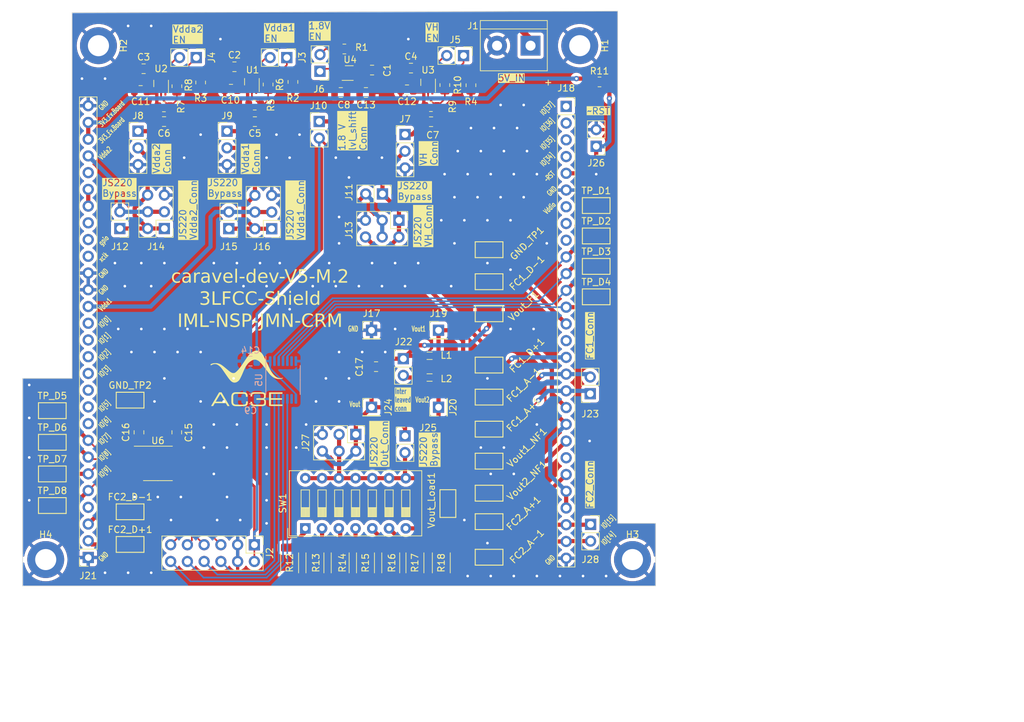
<source format=kicad_pcb>
(kicad_pcb (version 20221018) (generator pcbnew)
  (layers (0 "F.Cu" signal) (31 "B.Cu" signal) (34 "B.Paste" user) (35 "F.Paste" user) (36 "B.SilkS" user "B.Silkscreen") (37 "F.SilkS" user "F.Silkscreen") (38 "B.Mask" user) (39 "F.Mask" user) (44 "Edge.Cuts" user))
  (net 0 "")
  (net 1 "VCC")
  (net 2 "GND")
  (net 3 "3.3V FPGA")
  (net 4 "Net-(U1-ADJ)")
  (net 5 "Net-(U4-Noise)")
  (net 6 "1.8V-Shield")
  (net 7 "Net-(J11-Pin_1)")
  (net 8 "Net-(J8-Pin_1)")
  (net 9 "Net-(J9-Pin_1)")
  (net 10 "Net-(J10-Pin_1)")
  (net 11 "D1")
  (net 12 "D2")
  (net 13 "D3")
  (net 14 "D4")
  (net 15 "D5")
  (net 16 "D6")
  (net 17 "D7")
  (net 18 "D8")
  (net 19 "Net-(J22-Pin_1)")
  (net 20 "Net-(U2-ADJ)")
  (net 21 "Net-(J5-Pin_1)")
  (net 22 "Net-(J6-Pin_1)")
  (net 23 "Net-(J12-Pin_1)")
  (net 24 "Net-(J7-Pin_1)")
  (net 25 "vdda1")
  (net 26 "vdda2")
  (net 27 "mprj_io[16]")
  (net 28 "mprj_io[37]")
  (net 29 "mprj_io[36]")
  (net 30 "mprj_io[35]")
  (net 31 "mprj_io[34]")
  (net 32 "~{RST}")
  (net 33 "vddio")
  (net 34 "mprj_io[33]")
  (net 35 "mprj_io[32]")
  (net 36 "mprj_io[31]")
  (net 37 "mprj_io[30]")
  (net 38 "mprj_io[29]")
  (net 39 "mprj_io[28]")
  (net 40 "mprj_io[27]")
  (net 41 "mprj_io[26]")
  (net 42 "mprj_io[25]")
  (net 43 "mprj_io[24]")
  (net 44 "mprj_io[23]")
  (net 45 "mprj_io[20]")
  (net 46 "mprj_io[19]")
  (net 47 "mprj_io[18]")
  (net 48 "mprj_io[15]")
  (net 49 "mprj_io[14]")
  (net 50 "mprj_io[13]")
  (net 51 "mprj_io[12]")
  (net 52 "mprj_io[11]")
  (net 53 "mprj_io[10]")
  (net 54 "mprj_io[9]")
  (net 55 "mprj_io[8]")
  (net 56 "mprj_io[7]")
  (net 57 "mprj_io[6]_ser_tx")
  (net 58 "mprj_io[5]_ser_rx")
  (net 59 "mprj_io[4]_SCK")
  (net 60 "mprj_io[3]_CSB")
  (net 61 "mprj_io[2]_SDI")
  (net 62 "mprj_io[1]_SDO")
  (net 63 "mprj_io[0]")
  (net 64 "xclk")
  (net 65 "gpio")
  (net 66 "vccd2")
  (net 67 "1.8_Ev_Board")
  (net 68 "vccd1")
  (net 69 "3.3_EV_Board")
  (net 70 "Load conection +")
  (net 75 "Net-(J3-Pin_1)")
  (net 76 "Net-(U3-ADJ)")
  (net 77 "Net-(R18-Pad1)")
  (net 78 "Net-(J22-Pin_2)")
  (net 79 "Net-(R15-Pad1)")
  (net 80 "Net-(J4-Pin_1)")
  (net 81 "Net-(J6-Pin_2)")
  (net 82 "Net-(R16-Pad1)")
  (net 86 "Net-(J15-Pin_1)")
  (net 87 "Net-(R12-Pad1)")
  (net 88 "Net-(R13-Pad1)")
  (net 89 "Net-(R14-Pad1)")
  (net 90 "Net-(R17-Pad1)")
  (footprint "TestPoint:TestPoint_Keystone_5019_Minature" (layer "F.Cu") (at 166.75 89.189111)
    (fp_text reference "Vout_F1")
    (fp_text value "Testpoint")
  )
  (footprint "Resistor_SMD:R_0805_2012Metric" (layer "F.Cu") (at 137 54 -90)
    (fp_text reference "R2")
    (fp_text value "100K")
  )
  (footprint "Connector_PinHeader_2.54mm:PinHeader_2x03_P2.54mm_Vertical" (layer "F.Cu") (at 117.5 76.25 180)
    (fp_text reference "J14")
    (fp_text value "Conn_02x03_Odd_Even")
  )
  (footprint "TestPoint:TestPoint_Keystone_5019_Minature" (layer "F.Cu") (at 183 86.616668)
    (fp_text reference "TP_D4")
    (fp_text value "TestPoint")
  )
  (footprint "Capacitor_SMD:C_0805_2012Metric" (layer "F.Cu") (at 154.9 51.9 180)
    (fp_text reference "C4")
    (fp_text value "1u")
  )
  (footprint "Connector_PinHeader_2.54mm:PinHeader_1x03_P2.54mm_Vertical" (layer "F.Cu") (at 154 61.975)
    (fp_text reference "J7")
    (fp_text value "Conn_01x03_Pin")
  )
  (footprint "Connector_PinHeader_2.54mm:PinHeader_1x02_P2.54mm_Vertical" (layer "F.Cu") (at 183 63.775 180)
    (fp_text reference "J26")
    (fp_text value "Conn_01x02_Pin")
  )
  (footprint "Capacitor_SMD:C_0805_2012Metric" (layer "F.Cu") (at 154.3 55.2 180)
    (fp_text reference "C12")
    (fp_text value "1u")
  )
  (footprint "Connector_PinHeader_2.54mm:PinHeader_1x02_P2.54mm_Vertical" (layer "F.Cu") (at 154 107.725)
    (fp_text reference "J25")
    (fp_text value "Conn_01x02_Pin")
  )
  (footprint "Capacitor_SMD:C_0805_2012Metric" (layer "F.Cu") (at 113.9 55.3 180)
    (fp_text reference "C11")
    (fp_text value "1u")
  )
  (footprint "TestPoint:TestPoint_Keystone_5019_Minature" (layer "F.Cu") (at 166.75 126.144445)
    (fp_text reference "FC2_A-1")
    (fp_text value "Testpoint")
  )
  (footprint "Connector_PinHeader_2.54mm:PinHeader_2x03_P2.54mm_Vertical" (layer "F.Cu") (at 153.08 75 -90)
    (fp_text reference "J13")
    (fp_text value "Conn_02x03_Odd_Even")
  )
  (footprint "Capacitor_SMD:C_0805_2012Metric" (layer "F.Cu") (at 113.6475 107.188 -90)
    (fp_text reference "C16")
    (fp_text value "0.1u")
  )
  (footprint "Capacitor_SMD:C_0805_2012Metric" (layer "F.Cu") (at 117.45 60.018)
    (fp_text reference "C6")
    (fp_text value "100n")
  )
  (footprint "Connector_PinHeader_2.54mm:PinHeader_1x02_P2.54mm_Vertical" (layer "F.Cu") (at 150.58 71 -90)
    (fp_text reference "J11")
    (fp_text value "Conn_01x02_Pin")
  )
  (footprint "TestPoint:TestPoint_Keystone_5019_Minature" (layer "F.Cu") (at 112.3 124.2)
    (fp_text reference "FC2_D+1")
    (fp_text value "Testpoint")
  )
  (footprint "Capacitor_SMD:C_0805_2012Metric" (layer "F.Cu") (at 131.225 60.0285)
    (fp_text reference "C5")
    (fp_text value "100n")
  )
  (footprint "Resistor_SMD:R_2010_5025Metric" (layer "F.Cu") (at 151.833332 127 -90)
    (fp_text reference "R16")
    (fp_text value "9")
  )
  (footprint "Resistor_SMD:R_2010_5025Metric" (layer "F.Cu") (at 155.5 127 -90)
    (fp_text reference "R17")
    (fp_text value "18")
  )
  (footprint "Connector_PinHeader_2.54mm:PinHeader_1x01_P2.54mm_Vertical" (layer "F.Cu") (at 148.9202 103.378)
    (fp_text reference "J24")
    (fp_text value "Conn_01x01_Pin")
  )
  (footprint "AC3E:aC3E" (layer "F.Cu") (at 130 99)
    (fp_text reference "G***" hide)
    (fp_text value "LOGO" hide)
  )
  (footprint "TestPoint:TestPoint_Keystone_5019_Minature" (layer "F.Cu") (at 100.5 118.3)
    (fp_text reference "TP_D8")
    (fp_text value "TestPoint")
  )
  (footprint "Connector_PinSocket_2.54mm:PinSocket_1x28_P2.54mm_Vertical" (layer "F.Cu") (at 105.95 126.19 180)
    (fp_text reference "J21")
    (fp_text value "Conn_01x28_Socket")
  )
  (footprint "TestPoint:TestPoint_Keystone_5019_Minature" (layer "F.Cu") (at 100.5 103.9)
    (fp_text reference "TP_D5")
    (fp_text value "TestPoint")
  )
  (footprint "TestPoint:TestPoint_Keystone_5019_Minature" (layer "F.Cu") (at 166.75 111.561111)
    (fp_text reference "Vout1_NF1")
    (fp_text value "Testpoint")
  )
  (footprint "Inductor_SMD:L_0805_2012Metric" (layer "F.Cu") (at 157.725 98.87 180)
    (fp_text reference "L2")
    (fp_text value "47u")
  )
  (footprint "MountingHole:MountingHole_3.2mm_M3_DIN965_Pad" (layer "F.Cu") (at 107.5 48.5 -90)
    (fp_text reference "H2")
    (fp_text value "MountingHole_Pad")
  )
  (footprint "Connector_PinHeader_2.54mm:PinHeader_2x03_P2.54mm_Vertical" (layer "F.Cu") (at 133.775 76.29 180)
    (fp_text reference "J16")
    (fp_text value "Conn_02x03_Odd_Even")
  )
  (footprint "Resistor_SMD:R_0805_2012Metric" (layer "F.Cu") (at 119.4 54.6505 90)
    (fp_text reference "R8")
    (fp_text value "82K")
  )
  (footprint "TestPoint:TestPoint_Keystone_5019_Minature" (layer "F.Cu") (at 166.75 79.466889)
    (fp_text reference "GND_TP1")
    (fp_text value "TestPoint")
  )
  (footprint "Resistor_SMD:R_0805_2012Metric" (layer "F.Cu") (at 164 54.5 -90)
    (fp_text reference "R4")
    (fp_text value "100K")
  )
  (footprint "Connector_PinHeader_2.54mm:PinHeader_1x02_P2.54mm_Vertical" (layer "F.Cu") (at 141.1 52.39 180)
    (fp_text reference "J6")
    (fp_text value "Conn_01x02_Pin")
  )
  (footprint "TestPoint:TestPoint_Keystone_5019_Minature" (layer "F.Cu") (at 166.75 96.977778)
    (fp_text reference "FC1_D+1")
    (fp_text value "Testpoint")
  )
  (footprint "Resistor_SMD:R_0805_2012Metric" (layer "F.Cu") (at 123 54.0875 -90)
    (fp_text reference "R3")
    (fp_text value "100K")
  )
  (footprint "Connector_PinHeader_2.54mm:PinHeader_1x01_P2.54mm_Vertical" (layer "F.Cu") (at 159.0802 103.378 90)
    (fp_text reference "J20")
    (fp_text value "Conn_01x01_Pin")
  )
  (footprint "Resistor_SMD:R_2010_5025Metric" (layer "F.Cu") (at 136.5 127 -90)
    (fp_text reference "R12")
    (fp_text value "3")
  )
  (footprint "Connector_PinHeader_2.54mm:PinHeader_1x02_P2.54mm_Vertical" (layer "F.Cu") (at 162.875 50 -90)
    (fp_text reference "J5")
    (fp_text value "Conn_01x02_Pin")
  )
  (footprint "Resistor_SMD:R_0805_2012Metric" (layer "F.Cu") (at 144.8 49)
    (fp_text reference "R1")
    (fp_text value "10K")
  )
  (footprint "Resistor_SMD:R_0805_2012Metric" (layer "F.Cu") (at 133.232 54.3925 90)
    (fp_text reference "R6")
    (fp_text value "82K")
  )
  (footprint "Resistor_SMD:R_2010_5025Metric" (layer "F.Cu") (at 147.999999 127 -90)
    (fp_text reference "R15")
    (fp_text value "6")
  )
  (footprint "TestPoint:TestPoint_Keystone_5019_Minature" (layer "F.Cu") (at 166.75 120.75)
    (fp_text reference "FC2_A+1")
    (fp_text value "Testpoint")
  )
  (footprint "Connector_PinHeader_2.54mm:PinHeader_1x02_P2.54mm_Vertical" (layer "F.Cu") (at 153.7462 96.012)
    (fp_text reference "J22")
    (fp_text value "Conn_01x02_Pin")
  )
  (footprint "Package_DFN_QFN:DFN-6-1EP_2x2mm_P0.65mm_EP1.01x1.7mm" (layer "F.Cu") (at 117 54.734 90)
    (fp_text reference "U2")
    (fp_text value "~")
  )
  (footprint "Capacitor_SMD:C_0805_2012Metric" (layer "F.Cu") (at 114.35 52 180)
    (fp_text reference "C3")
    (fp_text value "1u")
  )
  (footprint "MountingHole:MountingHole_3.2mm_M3_DIN965_Pad" (layer "F.Cu") (at 99.5 126.5)
    (fp_text reference "H4")
    (fp_text value "MountingHole_Pad")
  )
  (footprint "TestPoint:TestPoint_Keystone_5019_Minature" (layer "F.Cu") (at 100.5 113.5)
    (fp_text reference "TP_D7")
    (fp_text value "TestPoint")
  )
  (footprint "Resistor_SMD:R_0805_2012Metric" (layer "F.Cu") (at 157.93 57.7565)
    (fp_text reference "R9")
    (fp_text value "256K/430K")
  )
  (footprint "Resistor_SMD:R_2010_5025Metric" (layer "F.Cu") (at 159.5 127 -90)
    (fp_text reference "R18")
    (fp_text value "36")
  )
  (footprint "Connector_PinHeader_2.54mm:PinHeader_1x01_P2.54mm_Vertical" (layer "F.Cu") (at 148.9202 91.694)
    (fp_text reference "J17")
    (fp_text value "Conn_01x01_Pin")
  )
  (footprint "Connector_PinHeader_2.54mm:PinHeader_1x03_P2.54mm_Vertical" (layer "F.Cu") (at 113.5 61.475)
    (fp_text reference "J8")
    (fp_text value "Conn_01x03_Pin")
  )
  (footprint "TestPoint:TestPoint_Keystone_5019_Minature" (layer "F.Cu") (at 183 72.766668)
    (fp_text reference "TP_D1")
    (fp_text value "TestPoint")
  )
  (footprint "Button_Switch_THT:SW_DIP_SPSTx07_Slide_9.78x19.96mm_W7.62mm_P2.54mm" (layer "F.Cu") (at 138.875 121.7675 90)
    (fp_text reference "SW1")
    (fp_text value "SW_DIP_x07")
  )
  (footprint "Connector_PinHeader_2.54mm:PinHeader_1x03_P2.54mm_Vertical" (layer "F.Cu") (at 127 61.475)
    (fp_text reference "J9")
    (fp_text value "Conn_01x03_Pin")
  )
  (footprint "MountingHole:MountingHole_3.2mm_M3_DIN965_Pad" (layer "F.Cu") (at 188.5 126.5)
    (fp_text reference "H3")
    (fp_text value "MountingHole_Pad")
  )
  (footprint "Resistor_SMD:R_2010_5025Metric" (layer "F.Cu") (at 140.333333 127 -90)
    (fp_text reference "R13")
    (fp_text value "3.6")
  )
  (footprint "Connector_PinHeader_2.54mm:PinHeader_1x02_P2.54mm_Vertical" (layer "F.Cu") (at 140.985 60)
    (fp_text reference "J10")
    (fp_text value "Conn_01x02_Pin")
  )
  (footprint "Connector_PinHeader_2.54mm:PinHeader_1x02_P2.54mm_Vertical" (layer "F.Cu") (at 110.75 76.25 180)
    (fp_text reference "J12")
    (fp_text value "Conn_01x02_Pin")
  )
  (footprint "Connector_PinSocket_2.54mm:PinSocket_1x02_P2.54mm_Vertical" (layer "F.Cu") (at 182.143 121.158)
    (fp_text reference "J28")
    (fp_text value "Conn_01x02_Socket")
  )
  (footprint "Capacitor_SMD:C_0805_2012Metric" (layer "F.Cu") (at 149.606 97.22 180)
    (fp_text reference "C17")
    (fp_text value "4.7n")
  )
  (footprint "TestPoint:TestPoint_Keystone_5019_Minature" (layer "F.Cu") (at 112.3 102.3)
    (fp_text reference "GND_TP2")
    (fp_text value "TestPoint")
  )
  (footprint "Connector_PinHeader_2.54mm:PinHeader_2x03_P2.54mm_Vertical" (layer "F.Cu") (at 146.54 107.5 -90)
    (fp_text reference "J27")
    (fp_text value "Conn_02x03_Odd_Even")
  )
  (footprint "Resistor_SMD:R_2010_5025Metric" (layer "F.Cu") (at 144.166666 127 -90)
    (fp_text reference "R14")
    (fp_text value "4.5")
  )
  (footprint "TestPoint:TestPoint_Keystone_5019_Minature" (layer "F.Cu") (at 166.75 101.838889)
    (fp_text reference "FC1_A-1")
    (fp_text value "Testpoint")
  )
  (footprint "Capacitor_SMD:C_0805_2012Metric" (layer "F.Cu") (at 119.38 107.188 -90)
    (fp_text reference "C15")
    (fp_text value "0.1u")
  )
  (footprint "Inductor_SMD:L_0805_2012Metric" (layer "F.Cu") (at 157.725 95.57 180)
    (fp_text reference "L1")
    (fp_text value "47u")
  )
  (footprint "TestPoint:TestPoint_Keystone_5019_Minature" (layer "F.Cu") (at 166.75 84.328)
    (fp_text reference "FC1_D-1")
    (fp_text value "Testpoint")
  )
  (footprint "Caravel_Board:SOT-353F" (layer "F.Cu") (at 145.3 52.65)
    (fp_text reference "U4")
    (fp_text value "TAR5SxxU_SOT353F")
  )
  (footprint "Connector_PinHeader_2.54mm:PinHeader_1x02_P2.54mm_Vertical" (layer "F.Cu") (at 122.34 50.3 -90)
    (fp_text reference "J4")
    (fp_text value "Conn_01x02_Pin")
  )
  (footprint "Package_SO:TSSOP-14_4.4x5mm_P0.65mm" (layer "F.Cu") (at 116.5175 111.902)
    (fp_text reference "U6")
    (fp_text value "TXB0104PW")
  )
  (footprint "TestPoint:TestPoint_Keystone_5019_Minature" (layer "F.Cu") (at 183 82)
    (fp_text reference "TP_D3")
    (fp_text value "TestPoint")
  )
  (footprint "Resistor_SMD:R_0805_2012Metric" (layer "F.Cu") (at 183.5 54)
    (fp_text reference "R11")
    (fp_text value "100K")
  )
  (footprint "Connector_PinHeader_2.54mm:PinHeader_1x02_P2.54mm_Vertical" (layer "F.Cu") (at 127.275 76.275 180)
    (fp_text reference "J15")
    (fp_text value "Conn_01x02_Pin")
  )
  (footprint "Connector_PinSocket_2.54mm:PinSocket_1x28_P2.54mm_Vertical" (layer "F.Cu") (at 178.4416 57.7116)
    (fp_text reference "J18")
    (fp_text value "Conn_01x28_Socket")
  )
  (footprint "Connector_PinHeader_2.54mm:PinHeader_2x06_P2.54mm_Vertical" (layer "F.Cu") (at 131.15 124.25 -90)
    (fp_text reference "J2")
    (fp_text value "Conn_02x06_Odd_Even")
  )
  (footprint "Capacitor_SMD:C_0805_2012Metric" (layer "F.Cu") (at 127.6 55.1 180)
    (fp_text reference "C10")
    (fp_text value "1u")
  )
  (footprint "TestPoint:TestPoint_Keystone_5019_Minature" (layer "F.Cu") (at 112.3 119.25)
    (fp_text reference "FC2_D-1")
    (fp_text value "Testpoint")
  )
  (footprint "Capacitor_SMD:C_0805_2012Metric" (layer "F.Cu") (at 128.125 51.7 180)
    (fp_text reference "C2")
    (fp_text value "1u")
  )
  (footprint "Capacitor_SMD:C_0805_2012Metric" (layer "F.Cu") (at 148.07 55.602)
    (fp_text reference "C13")
    (fp_text value "10u")
  )
  (footprint "Connector_PinHeader_2.54mm:PinHeader_1x02_P2.54mm_Vertical" (layer "F.Cu") (at 136.075 50.3 -90)
    (fp_text reference "J3")
    (fp_text value "Conn_01x02_Pin")
  )
  (footprint "TestPoint:TestPoint_Keystone_5019_Minature" (layer "F.Cu") (at 183 77.383334)
    (fp_text reference "TP_D2")
    (fp_text value "TestPoint")
  )
  (footprint "Resistor_SMD:R_0805_2012Metric" (layer "F.Cu") (at 117.43 57.79)
    (fp_text reference "R7")
    (fp_text value "256K/430K")
  )
  (footprint "Capacitor_SMD:C_0805_2012Metric" (layer "F.Cu") (at 149 52.2)
    (fp_text reference "C1")
    (fp_text value "1u")
  )
  (footprint "Resistor_SMD:R_0805_2012Metric" (layer "F.Cu") (at 160.04 54.4785 90)
    (fp_text reference "R10")
    (fp_text value "82K")
  )
  (footprint "Resistor_SMD:R_0805_2012Metric" (layer "F.Cu") (at 131.205 57.5285)
    (fp_text reference "R5")
    (fp_text value "256K/430K")
  )
  (footprint "TestPoint:TestPoint_Keystone_5019_Minature" (layer "F.Cu") (at 166.75 106.7)
    (fp_text reference "FC1_A+1")
    (fp_text value "Testpoint")
  )
  (footprint "Capacitor_SMD:C_0805_2012Metric" (layer "F.Cu") (at 157.95 60.0425)
    (fp_text reference "C7")
    (fp_text value "100n")
  )
  (footprint "Capacitor_SMD:C_0805_2012Metric" (layer "F.Cu") (at 144.26 55.602)
    (fp_text reference "C8")
    (fp_text value "0.01u")
  )
  (footprint "TerminalBlock:TerminalBlock_bornier-2_P5.08mm" (layer "F.Cu") (at 173.04 48.5 180)
    (fp_text reference "J1")
    (fp_text value "Conn_01x02_Socket")
  )
  (footprint "Connector_PinSocket_2.54mm:PinSocket_1x02_P2.54mm_Vertical" (layer "F.Cu") (at 182.093 101.326 180)
    (fp_text reference "J23")
    (fp_text value "Conn_01x02_Socket")
  )
  (footprint "TestPoint:TestPoint_Keystone_5019_Minature" (layer "F.Cu") (at 166.75 116.422222)
    (fp_text reference "Vout2_NF1")
    (fp_text value "Testpoint")
  )
  (footprint "TestPoint:TestPoint_Keystone_5019_Minature" (layer "F.Cu") (at 100.5 108.7)
    (fp_text reference "TP_D6")
    (fp_text value "TestPoint")
  )
  (footprint "Package_DFN_QFN:DFN-6-1EP_2x2mm_P0.65mm_EP1.01x1.7mm" (layer "F.Cu") (at 130.775 54.4725 90)
    (fp_text reference "U1")
    (fp_text value "~")
  )
  (footprint "Connector_PinHeader_2.54mm:PinHeader_1x01_P2.54mm_Vertical" (layer "F.Cu") (at 159.0802 91.694)
    (fp_text reference "J19")
    (fp_text value "Conn_01x01_Pin")
  )
  (footprint "TestPoint:TestPoint_Keystone_5019_Minature" (layer "F.Cu") (at 160.5 118 90)
    (fp_text reference "Vout_Load1")
    (fp_text value "Testpoint")
  )
  (footprint "Package_DFN_QFN:DFN-6-1EP_2x2mm_P0.65mm_EP1.01x1.7mm" (layer "F.Cu") (at 157.5 54.5585 90)
    (fp_text reference "U3")
    (fp_text value "NCP705MTADJTCG")
  )
  (footprint "MountingHole:MountingHole_3.2mm_M3_DIN965_Pad" (layer "F.Cu") (at 180.5 48.5 -90)
    (fp_text reference "H1")
    (fp_text value "MountingHole_Pad")
  )
  (footprint "Capacitor_SMD:C_0805_2012Metric" (layer "B.Cu") (at 130.622 102.108)
    (fp_text reference "C9")
    (fp_text value "0.1u")
  )
  (footprint "Package_SO:TSSOP-14_4.4x5mm_P0.65mm" (layer "B.Cu") (at 135.494 99.2455 -90)
    (fp_text reference "U5")
    (fp_text value "TXB0104PW")
  )
  (footprint "Capacitor_SMD:C_0805_2012Metric" (layer "B.Cu") (at 130.556 96.3755)
    (fp_text reference "C14")
    (fp_text value "0.1u")
  )
  (gr_poly (pts (xy 192 130.5) (xy 192 121) (xy 186.25 121) (xy 186.25 43.25) (xy 103.5 43.5) (xy 103.5 99) (xy 96 99) (xy 96 130.5)) (stroke (width 0.1)) (fill none) (layer "Edge.Cuts"))
  (gr_text "JS220\nBypass" (at 152.806 71.98) (layer "F.SilkS" knockout) (effects (font (size 1 1)) (justify left bottom)))
  (gr_text "Inter\nleaved\nconn" (at 152.4 104) (layer "F.SilkS" knockout) (effects (font (size 0.8 0.5) (thickness 0.125)) (justify left bottom)))
  (gr_text "VH\nEN" (at 157.1 47.9) (layer "F.SilkS" knockout) (effects (font (size 1 1)) (justify left bottom)))
  (gr_text "1.8 V\nlvl_shift\nConn" (at 148.25 64.5 90) (layer "F.SilkS" knockout) (effects (font (size 1 1)) (justify left bottom)))
  (gr_text "GND" (at 108 86.5 45) (layer "F.SilkS") (effects (font (size 0.8 0.5) (thickness 0.125)) (justify left bottom)))
  (gr_text "JS220\nBypass" (at 124 71.5) (layer "F.SilkS" knockout) (effects (font (size 1 1)) (justify left bottom)))
  (gr_text "IO[6]\n" (at 108 106.75 45) (layer "F.SilkS") (effects (font (size 0.8 0.5) (thickness 0.125)) (justify left bottom)))
  (gr_text "IO[14]\n" (at 184.25 124.5 45) (layer "F.SilkS") (effects (font (size 0.8 0.5) (thickness 0.125)) (justify left bottom)))
  (gr_text "IO[36]\n" (at 175 61.75 45) (layer "F.SilkS") (effects (font (size 0.8 0.5) (thickness 0.125)) (justify left bottom)))
  (gr_text "IO[7]\n" (at 108 109.25 45) (layer "F.SilkS") (effects (font (size 0.8 0.5) (thickness 0.125)) (justify left bottom)))
  (gr_text "GND" (at 108 84 45) (layer "F.SilkS") (effects (font (size 0.8 0.5) (thickness 0.125)) (justify left bottom)))
  (gr_text "gpio" (at 108 79 45) (layer "F.SilkS") (effects (font (size 0.8 0.5) (thickness 0.125)) (justify left bottom)))
  (gr_text "IO[5]\n" (at 108 104.25 45) (layer "F.SilkS") (effects (font (size 0.8 0.5) (thickness 0.125)) (justify left bottom)))
  (gr_text "VH\nConn" (at 159 66.75 90) (layer "F.SilkS" knockout) (effects (font (size 1 1)) (justify left bottom)))
  (gr_text "GND\n" (at 108 58.5 45) (layer "F.SilkS") (effects (font (size 0.8 0.5) (thickness 0.125)) (justify left bottom)))
  (gr_text "~RST" (at 181.542857 59) (layer "F.SilkS" knockout) (effects (font (size 1 1)) (justify left bottom)))
  (gr_text "IO[34]\n" (at 175 67 45) (layer "F.SilkS") (effects (font (size 0.8 0.5) (thickness 0.125)) (justify left bottom)))
  (gr_text "IO[35]\n" (at 175 64.5 45) (layer "F.SilkS") (effects (font (size 0.8 0.5) (thickness 0.125)) (justify left bottom)))
  (gr_text "Vout2\n\n" (at 155.5 104) (layer "F.SilkS") (effects (font (size 0.8 0.5) (thickness 0.125)) (justify left bottom)))
  (gr_text "Vdda1" (at 108 89 45) (layer "F.SilkS") (effects (font (size 0.8 0.5) (thickness 0.125)) (justify left bottom)))
  (gr_text "Vdda1\nConn" (at 132 68 90) (layer "F.SilkS" knockout) (effects (font (size 1 1)) (justify left bottom)))
  (gr_text "Vdda1\nEN" (at 132.6 48) (layer "F.SilkS" knockout) (effects (font (size 1 1)) (justify left bottom)))
  (gr_text "IO[0]\n" (at 108 91.5 45) (layer "F.SilkS") (effects (font (size 0.8 0.5) (thickness 0.125)) (justify left bottom)))
  (gr_text "IO[37]\n" (at 175 59.25 45) (layer "F.SilkS") (effects (font (size 0.8 0.5) (thickness 0.125)) (justify left bottom)))
  (gr_text "JS220\nVdda2_Conn" (at 122.5 78 90) (layer "F.SilkS" knockout) (effects (font (size 1 1)) (justify left bottom)))
  (gr_text "caravel-dev-V5-M.2\n3LFCC-Shield\nIML-NSP-JMN-CRM" (at 132 87) (layer "F.SilkS") (effects (font (size 2 2))))
  (gr_text "JS220\nBypass" (at 108 71.5) (layer "F.SilkS" knockout) (effects (font (size 1 1)) (justify left bottom)))
  (gr_text "GND\n" (at 175.75 127.5 45) (layer "F.SilkS") (effects (font (size 0.8 0.5) (thickness 0.125)) (justify left bottom)))
  (gr_text "IO[8]\n" (at 108 111.75 45) (layer "F.SilkS") (effects (font (size 0.8 0.5) (thickness 0.125)) (justify left bottom)))
  (gr_text "1.8V\nEN" (at 139.3 47.7) (layer "F.SilkS" knockout) (effects (font (size 1 1)) (justify left bottom)))
  (gr_text "FC2_Conn" (at 182.626 118.872 90) (layer "F.SilkS" knockout) (effects (font (size 1 1)) (justify left bottom)))
  (gr_text "Vdda2\nEN" (at 118.7 48.2) (layer "F.SilkS" knockout) (effects (font (size 1 1)) (justify left bottom)))
  (gr_text "Vddio" (at 175.5 74.25 45) (layer "F.SilkS") (effects (font (size 0.8 0.5) (thickness 0.125)) (justify left bottom)))
  (gr_text "JS220\nVdda1_Conn" (at 138.775 78 90) (layer "F.SilkS" knockout) (effects (font (size 1 1)) (justify left bottom)))
  (gr_text "Vdda2" (at 108 66 45) (layer "F.SilkS") (effects (font (size 0.8 0.5) (thickness 0.125)) (justify left bottom)))
  (gr_text "IO[15]\n" (at 184.25 122 45) (layer "F.SilkS") (effects (font (size 0.8 0.5) (thickness 0.125)) (justify left bottom)))
  (gr_text "FC1_Conn" (at 182.626 96.266 90) (layer "F.SilkS" knockout) (effects (font (size 1 1)) (justify left bottom)))
  (gr_text "GND" (at 108 127 45) (layer "F.SilkS") (effects (font (size 0.8 0.5) (thickness 0.125)) (justify left bottom)))
  (gr_text "JS220\nOut_Conn" (at 151.5 112.5 90) (layer "F.SilkS" knockout) (effects (font (size 1 1)) (justify left bottom)))
  (gr_text "IO[3]\n" (at 108 99 45) (layer "F.SilkS") (effects (font (size 0.8 0.5) (thickness 0.125)) (justify left bottom)))
  (gr_text "Vout\n" (at 145.5 103.378) (layer "F.SilkS") (effects (font (size 0.8 0.5) (thickness 0.125)) (justify left bottom)))
  (gr_text "JS220\nVH_Conn" (at 158.14 79.092 90) (layer "F.SilkS" knockout) (effects (font (size 1 1)) (justify left bottom)))
  (gr_text "IO[2]\n" (at 108 96.5 45) (layer "F.SilkS") (effects (font (size 0.8 0.5) (thickness 0.125)) (justify left bottom)))
  (gr_text "+\n" (at 175.006 54.61) (layer "F.SilkS") (effects (font (size 1 1)) (justify left bottom)))
  (gr_text "IO[9]\n" (at 108 114.25 45) (layer "F.SilkS") (effects (font (size 0.8 0.5) (thickness 0.125)) (justify left bottom)))
  (gr_text "Vdda2\nConn" (at 118.5 68 90) (layer "F.SilkS" knockout) (effects (font (size 1 1)) (justify left bottom)))
  (gr_text "~RST\n\n" (at 176.5 70.25 45) (layer "F.SilkS") (effects (font (size 0.8 0.5) (thickness 0.125)) (justify left bottom)))
  (gr_text "GND\n" (at 176 71.5 45) (layer "F.SilkS") (effects (font (size 0.8 0.5) (thickness 0.125)) (justify left bottom)))
  (gr_text "3V3_Ev.Board" (at 108 61 45) (layer "F.SilkS") (effects (font (size 0.8 0.5) (thickness 0.125)) (justify left bottom)))
  (gr_text "5V_IN\n" (at 168 54) (layer "F.SilkS" knockout) (effects (font (size 1 1)) (justify left bottom)))
  (gr_text "IO[1]\n" (at 108 94 45) (layer "F.SilkS") (effects (font (size 0.8 0.5) (thickness 0.125)) (justify left bottom)))
  (gr_text "JS220\nBypass" (at 159 112.5 90) (layer "F.SilkS" knockout) (effects (font (size 1 1)) (justify left bottom)))
  (gr_text "xclk" (at 108 81.5 45) (layer "F.SilkS") (effects (font (size 0.8 0.5) (thickness 0.125)) (justify left bottom)))
  (gr_text "Vout1\n" (at 154.94 91.948) (layer "F.SilkS") (effects (font (size 0.8 0.5) (thickness 0.125)) (justify left bottom)))
  (gr_text "GND" (at 145.288 91.948) (layer "F.SilkS") (effects (font (size 0.8 0.5) (thickness 0.125)) (justify left bottom)))
  (gr_text "3V3_Ev.Board" (at 108 63.5 45) (layer "F.SilkS") (effects (font (size 0.8 0.5) (thickness 0.125)) (justify left bottom)))
  (segment (start 152.5 45.5) (end 132.5 45.5) (width 0.889) (layer "F.Cu") (net 1))
  (segment (start 148.05 52.2) (end 146.45 52.2) (width 0.381) (layer "F.Cu") (net 1))
  (segment (start 118.6305 45.5) (end 115.3 48.8305) (width 0.889) (layer "F.Cu") (net 1))
  (segment (start 116.35 53.7065) (end 116.35 53.384001) (width 0.254) (layer "F.Cu") (net 1))
  (segment (start 132.947501 50.3) (end 133.535 50.3) (width 0.254) (layer "F.Cu") (net 1))
  (segment (start 171 45.5) (end 160.5 45.5) (width 0.889) (layer "F.Cu") (net 1))
  (segment (start 116.35 53.05) (end 115.3 52) (width 0.635) (layer "F.Cu") (net 1))
  (segment (start 129.075 48.925) (end 132.5 45.5) (width 0.889) (layer "F.Cu") (net 1))
  (segment (start 146.25 52) (end 146.45 52.2) (width 0.381) (layer "F.Cu") (net 1))
  (segment (start 146.25 49.5375) (end 145.7125 49) (width 0.381) (layer "F.Cu") (net 1))
  (segment (start 148.05 49.95) (end 152.5 45.5) (width 0.889) (layer "F.Cu") (net 1))
  (segment (start 132.5 45.5) (end 118.6305 45.5) (width 0.889) (layer "F.Cu") (net 1))
  (segment (start 130.125 53.122501) (end 132.947501 50.3) (width 0.254) (layer "F.Cu") (net 1))
  (segment (start 160.058501 50) (end 160.335 50) (width 0.254) (layer "F.Cu") (net 1))
  (segment (start 129.075 51.7) (end 129.075 51.575) (width 0.889) (layer "F.Cu") (net 1))
  (segment (start 116.35 53.7065) (end 116.35 53.05) (width 0.508) (layer "F.Cu") (net 1))
  (segment (start 119.434001 50.3) (end 119.8 50.3) (width 0.254) (layer "F.Cu") (net 1))
  (segment (start 160.5 45.5) (end 152.5 45.5) (width 0.889) (layer "F.Cu") (net 1))
  (segment (start 146.25 52) (end 146.25 49.5375) (width 0.381) (layer "F.Cu") (net 1))
  (segment (start 116.35 53.384001) (end 119.434001 50.3) (width 0.254) (layer "F.Cu") (net 1))
  (segment (start 155.85 50.15) (end 160.5 45.5) (width 0.889) (layer "F.Cu") (net 1))
  (segment (start 148.05 52.2) (end 148.05 49.95) (width 0.889) (layer "F.Cu") (net 1))
  (segment (start 130.125 53.445) (end 130.125 52.75) (width 0.508) (layer "F.Cu") (net 1))
  (segment (start 173.04 47.54) (end 171 45.5) (width 0.889) (layer "F.Cu") (net 1))
  (segment (start 155.85 51.9) (end 155.85 50.15) (width 0.889) (layer "F.Cu") (net 1))
  (segment (start 173.04 48.5) (end 173.04 47.54) (width 0.889) (layer "F.Cu") (net 1))
  (segment (start 115.3 48.8305) (end 115.3 52) (width 0.889) (layer "F.Cu") (net 1))
  (segment (start 155.85 51.9) (end 156.85 52.9) (width 0.508) (layer "F.Cu") (net 1))
  (segment (start 129.075 51.7) (end 129.075 48.925) (width 0.889) (layer "F.Cu") (net 1))
  (segment (start 156.85 53.208501) (end 160.058501 50) (width 0.254) (layer "F.Cu") (net 1))
  (segment (start 156.85 52.9) (end 156.85 53.531) (width 0.508) (layer "F.Cu") (net 1))
  (segment (start 130.125 52.75) (end 129.075 51.7) (width 0.635) (layer "F.Cu") (net 1))
  (segment (start 115.9795 116.1765) (end 116.078 116.275) (width 0.25) (layer "F.Cu") (net 2))
  (segment (start 145.21 55.602) (end 145.21 52.86) (width 0.25) (layer "F.Cu") (net 2))
  (segment (start 119.4 53.738) (end 118.404 54.734) (width 0.25) (layer "F.Cu") (net 2))
  (segment (start 145 52.65) (end 144.35 52.65) (width 0.25) (layer "F.Cu") (net 2))
  (segment (start 145.21 52.86) (end 145 52.65) (width 0.25) (layer "F.Cu") (net 2))
  (segment (start 118.404 54.734) (end 117 54.734) (width 0.25) (layer "F.Cu") (net 2))
  (segment (start 132.2395 54.4725) (end 130.775 54.4725) (width 0.25) (layer "F.Cu") (net 2))
  (segment (start 158.15 55.2085) (end 157.5 54.5585) (width 0.25) (layer "F.Cu") (net 2))
  (segment (start 117.65 55.384) (end 117 54.734) (width 0.25) (layer "F.Cu") (net 2))
  (segment (start 133.232 53.48) (end 132.2395 54.4725) (width 0.25) (layer "F.Cu") (net 2))
  (segment (start 158.15 55.586) (end 158.15 55.2085) (width 0.25) (layer "F.Cu") (net 2))
  (segment (start 159.0475 54.5585) (end 157.5 54.5585) (width 0.25) (layer "F.Cu") (net 2))
  (segment (start 128.61 126.79) (end 128.61 124.25) (width 0.25) (layer "F.Cu") (net 2))
  (segment (start 131.425 55.1225) (end 130.775 54.4725) (width 0.25) (layer "F.Cu") (net 2))
  (segment (start 160.04 53.566) (end 159.0475 54.5585) (width 0.25) (layer "F.Cu") (net 2))
  (segment (start 131.425 55.5) (end 131.425 55.1225) (width 0.25) (layer "F.Cu") (net 2))
  (segment (start 117.65 55.7615) (end 117.65 55.384) (width 0.25) (layer "F.Cu") (net 2))
  (via (at 105 53.5) (size 0.8) (drill 0.4) (layers "F.Cu" "B.Cu") (net 2))
  (via (at 120.5 65.5) (size 0.8) (drill 0.4) (layers "F.Cu" "B.Cu") (net 2))
  (via (at 169 64.5) (size 0.8) (drill 0.4) (layers "F.Cu" "B.Cu") (net 2))
  (via (at 169 109.5) (size 0.8) (drill 0.4) (layers "F.Cu" "B.Cu") (net 2))
  (via (at 142 99) (size 0.8) (drill 0.4) (layers "F.Cu" "B.Cu") (net 2))
  (via (at 173.5 91.5) (size 0.8) (drill 0.4) (layers "F.Cu" "B.Cu") (net 2))
  (via (at 133 113.5) (size 0.8) (drill 0.4) (layers "F.Cu" "B.Cu") (net 2))
  (via (at 147.5 95) (size 0.8) (drill 0.4) (layers "F.Cu" "B.Cu") (net 2))
  (via (at 154.5 47.5) (size 0.8) (drill 0.4) (layers "F.Cu" "B.Cu") (net 2))
  (via (at 181 129) (size 0.8) (drill 0.4) (layers "F.Cu" "B.Cu") (net 2))
  (via (at 128.5 81.5) (size 0.8) (drill 0.4) (layers "F.Cu" "B.Cu") (net 2))
  (via (at 154 85) (size 0.8) (drill 0.4) (layers "F.Cu" "B.Cu") (net 2))
  (via (at 139 106) (size 0.8) (drill 0.4) (layers "F.Cu" "B.Cu") (net 2))
  (via (at 174 68) (size 0.8) (drill 0.4) (layers "F.Cu" "B.Cu") (net 2))
  (via (at 165.5 64.5) (size 0.8) (drill 0.4) (layers "F.Cu" "B.Cu") (net 2))
  (via (at 143.5 65.5) (size 0.8) (drill 0.4) (layers "F.Cu" "B.Cu") (net 2))
  (via (at 117.5 99) (size 0.8) (drill 0.4) (layers "F.Cu" "B.Cu") (net 2))
  (via (at 133 65.5) (size 0.8) (drill 0.4) (layers "F.Cu" "B.Cu") (net 2))
  (via (at 182 108.5) (size 0.8) (drill 0.4) (layers "F.Cu" "B.Cu") (net 2))
  (via (at 119.5 95) (size 0.8) (drill 0.4) (layers "F.Cu" "B.Cu") (net 2))
  (via (at 150.5 85) (size 0.8) (drill 0.4) (layers "F.Cu" "B.Cu") (net 2))
  (via (at 167.5 61) (size 0.8) (drill 0.4) (layers "F.Cu" "B.Cu") (net 2))
  (via (at 136.5 88.5) (size 0.8) (drill 0.4) (layers "F.Cu" "B.Cu") (net 2))
  (via (at 165.5 109.5) (size 0.8) (drill 0.4) (layers "F.Cu" "B.Cu") (net 2))
  (via (at 129.5 85) (size 0.8) (drill 0.4) (layers "F.Cu" "B.Cu") (net 2))
  (via (at 110.5 91.5) (size 0.8) (drill 0.4) (layers "F.Cu" "B.Cu") (net 2))
  (via (at 164 61) (size 0.8) (drill 0.4) (layers "F.Cu" "B.Cu") (net 2))
  (via (at 133 85) (size 0.8) (drill 0.4) (layers "F.Cu" "B.Cu") (net 2))
  (via (at 123.5 109.5) (size 0.8) (drill 0.4) (layers "F.Cu" "B.Cu") (net 2))
  (via (at 165 71.5) (size 0.8) (drill 0.4) (layers "F.Cu" "B.Cu") (net 2))
  (via (at 170 82.5) (size 0.8) (drill 0.4) (layers "F.Cu" "B.Cu") (net 2))
  (via (at 97 105) (size 0.8) (drill 0.4) (layers "F.Cu" "B.Cu") (net 2))
  (via (at 167 129) (size 0.8) (drill 0.4) (layers "F.Cu" "B.Cu") (net 2))
  (via (at 159.5 75) (size 0.8) (drill 0.4) (layers "F.Cu" "B.Cu") (net 2))
  (via (at 172.5 64.5) (size 0.8) (drill 0.4) (layers "F.Cu" "B.Cu") (net 2))
  (via (at 161.5 78.5) (size 0.8) (drill 0.4) (layers "F.Cu" "B.Cu") (net 2))
  (via (at 125.5 120.5) (size 0.8) (drill 0.4) (layers "F.Cu" "B.Cu") (net 2))
  (via (at 177.5 129) (size 0.8) (drill 0.4) (layers "F.Cu" "B.Cu") (net 2))
  (via (at 144 102.5) (size 0.8) (drill 0.4) (layers "F.Cu" "B.Cu") (net 2))
  (via (at 115.5 128.5) (size 0.8) (drill 0.4) (layers "F.Cu" "B.Cu") (net 2))
  (via (at 115.5 85) (size 0.8) (drill 0.4) (layers "F.Cu" "B.Cu") (net 2))
  (via (at 123 62) (size 0.8) (drill 0.4) (layers "F.Cu" "B.Cu") (net 2))
  (via (at 97 100) (size 0.8) (drill 0.4) (layers "F.Cu" "B.Cu") (net 2))
  (via (at 172 71.5) (size 0.8) (drill 0.4) (layers "F.Cu" "B.Cu") (net 2))
  (via (at 135 81.5) (size 0.8) (drill 0.4) (layers "F.Cu" "B.Cu") (net 2))
  (via (at 142.5 81.5) (size 0.8) (drill 0.4) (layers "F.Cu" "B.Cu") (net 2))
  (via (at 133 106) (size 0.8) (drill 0.4) (layers "F.Cu" "B.Cu") (net 2))
  (via (at 112 45.5) (size 0.8) (drill 0.4) (layers "F.Cu" "B.Cu") (net 2))
  (via (at 116 95) (size 0.8) (drill 0.4) (layers "F.Cu" "B.Cu") (net 2))
  (via (at 168.5 57.5) (size 0.8) (drill 0.4) (layers "F.Cu" "B.Cu") (net 2))
  (via (at 144 78.5) (size 0.8) (drill 0.4) (layers "F.Cu" "B.Cu") (net 2))
  (via (at 152.5 91.5) (size 0.8) (drill 0.4) (layers "F.Cu" "B.Cu") (net 2))
  (via (at 170 91.5) (size 0.8) (drill 0.4) (layers "F.Cu" "B.Cu") (net 2))
  (via (at 166.5 81.5) (size 0.8) (drill 0.4) (layers "F.Cu" "B.Cu") (net 2))
  (via (at 127 117) (size 0.8) (drill 0.4) (layers "F.Cu" "B.Cu") (net 2))
  (via (at 174 129) (size 0.8) (drill 0.4) (layers "F.Cu" "B.Cu") (net 2))
  (via (at 160 68) (size 0.8) (drill 0.4) (layers "F.Cu" "B.Cu") (net 2))
  (via (at 118.5 120.5) (size 0.8) (drill 0.4) (layers "F.Cu" "B.Cu") (net 2))
  (via (at 167 113.5) (size 0.8) (drill 0.4) (layers "F.Cu" "B.Cu") (net 2))
  (via (at 138 62) (size 0.8) (drill 0.4) (layers "F.Cu" "B.Cu") (net 2))
  (via (at 123 102.5) (size 0.8) (drill 0.4) (layers "F.Cu" "B.Cu") (net 2))
  (via (at 184.5 129) (size 0.8) (drill 0.4) (layers "F.Cu" "B.Cu") (net 2))
  (via (at 149 81.5) (size 0.8) (drill 0.4) (layers "F.Cu" "B.Cu") (net 2))
  (via (at 151 95) (size 0.8) (drill 0.4) (layers "F.Cu" "B.Cu") (net 2))
  (via (at 140.5 102.5) (size 0.8) (drill 0.4) (layers "F.Cu" "B.Cu") (net 2))
  (via (at 144 74.5) (size 0.8) (drill 0.4) (layers "F.Cu" "B.Cu") (net 2))
  (via (at 125 81.5) (size 0.8) (drill 0.4) (layers "F.Cu" "B.Cu") (net 2))
  (via (at 125 106) (size 0.8) (drill 0.4) (layers "F.Cu" "B.Cu") (net 2))
  (via (at 170.5 113.5) (size 0.8) (drill 0.4) (layers "F.Cu" "B.Cu") (net 2))
  (via (at 108.5 53.5) (size 0.8) (drill 0.4) (layers "F.Cu" "B.Cu") (net 2))
  (via (at 116 102.5) (size 0.8) (drill 0.4) (layers "F.Cu" "B.Cu") (net 2))
  (via (at 147 65.5) (size 0.8) (drill 0.4) (layers "F.Cu" "B.Cu") (net 2))
  (via (at 113 117) (size 0.8) (drill 0.4) (layers "F.Cu" "B.Cu") (net 2))
  (via (at 163.5 68) (size 0.8) (drill 0.4) (layers "F.Cu" "B.Cu") (net 2))
  (via (at 125 113.5) (size 0.8) (drill 0.4) (layers "F.Cu" "B.Cu") (net 2))
  (via (at 162 64.5) (size 0.8) (drill 0.4) (layers "F.Cu" "B.Cu") (net 2))
  (via (at 133 109.5) (size 0.8) (drill 0.4) (layers "F.Cu" "B.Cu") (net 2))
  (via (at 161.5 71.5) (size 0.8) (drill 0.4) (layers "F.Cu" "B.Cu") (net 2))
  (via (at 110 81.5) (size 0.8) (drill 0.4) (layers "F.Cu" "B.Cu") (net 2))
  (via (at 168.5 71.5) (size 0.8) (drill 0.4) (layers "F.Cu" "B.Cu") (net 2))
  (via (at 183 68) (size 0.8) (drill 0.4) (layers "F.Cu" "B.Cu") (net 2))
  (via (at 166.5 75) (size 0.8) (drill 0.4) (layers "F.Cu" "B.Cu") (net 2))
  (via (at 121 91.5) (size 0.8) (drill 0.4) (layers "F.Cu" "B.Cu") (net 2))
  (via (at 128.5 106) (size 0.8) (drill 0.4) (layers "F.Cu" "B.Cu") (net 2))
  (via (at 140 85) (size 0.8) (drill 0.4) (layers "F.Cu" "B.Cu") (net 2))
  (via (at 112.5 95) (size 0.8) (drill 0.4) (layers "F.Cu" "B.Cu") (net 2))
  (via (at 108.5 128.5) (size 0.8) (drill 0.4) (layers "F.Cu" "B.Cu") (net 2))
  (via (at 137.5 109.5) (size 0.8) (drill 0.4) (layers "F.Cu" "B.Cu") (net 2))
  (via (at 116.5 117) (size 0.8) (drill 0.4) (layers "F.Cu" "B.Cu") (net 2))
  (via (at 170 75) (size 0.8) (drill 0.4) (layers "F.Cu" "B.Cu") (net 2))
  (via (at 174 106) (size 0.8) (drill 0.4) (layers "F.Cu" "B.Cu") (net 2))
  (via (at 129 120.5) (size 0.8) (drill 0.4) (layers "F.Cu" "B.Cu") (net 2))
  (via (at 156 81.5) (size 0.8) (drill 0.4) (layers "F.Cu" "B.Cu") (net 2))
  (via (at 115.5 45.5) (size 0.8) (drill 0.4) (layers "F.Cu" "B.Cu") (net 2))
  (via (at 175.5 78.5) (size 0.8) (drill 0.4) (layers "F.Cu" "B.Cu") (net 2))
  (via (at 172 57.5) (size 0.8) (drill 0.4) (layers "F.Cu" "B.Cu") (net 2))
  (via (at 120 117) (size 0.8) (drill 0.4) (layers "F.Cu" "B.Cu") (net 2))
  (via (at 114 91.5) (size 0.8) (drill 0.4) (layers "F.Cu" "B.Cu") (net 2))
  (via (at 152.5 81.5) (size 0.8) (drill 0.4) (layers "F.Cu" "B.Cu") (net 2))
  (via (at 171 61) (size 0.8) (drill 0.4) (layers "F.Cu" "B.Cu") (net 2))
  (via (at 97 117.5) (size 0.8) (drill 0.4) (layers "F.Cu" "B.Cu") (net 2))
  (via (at 114 81.5) (size 0.8) (drill 0.4) (layers "F.Cu" "B.Cu") (net 2))
  (via (at 147 85) (size 0.8) (drill 0.4) (layers "F.Cu" "B.Cu") (net 2))
  (via (at 128 99) (size 0.8) (drill 0.4) (layers "F.Cu" "B.Cu") (net 2))
  (via (at 136.5 65.5) (size 0.8) (drill 0.4) (layers "F.Cu" "B.Cu") (net 2))
  (via (at 167 68) (size 0.8) (drill 0.4) (layers "F.Cu" "B.Cu") (net 2))
  (via (at 134.5 62) (size 0.8) (drill 0.4) (layers "F.Cu" "B.Cu") (net 2))
  (via (at 145.5 99) (size 0.8) (drill 0.4) (layers "F.Cu" "B.Cu") (net 2))
  (via (at 133 117.5) (size 0.8) (drill 0.4) (layers "F.Cu" "B.Cu") (net 2))
  (via (at 170.5 68) (size 0.8) (drill 0.4) (layers "F.Cu" "B.Cu") (net 2))
  (via (at 97 111) (size 0.8) (drill 0.4) (layers "F.Cu" "B.Cu") (net 2))
  (via (at 123 95) (size 0.8) (drill 0.4) (layers "F.Cu" "B.Cu") (net 2))
  (via (at 127 109.5) (size 0.8) (drill 0.4) (layers "F.Cu" "B.Cu") (net 2))
  (via (at 166.5 124) (size 0.8) (drill 0.4) (layers "F.Cu" "B.Cu") (net 2))
  (via (at 126 47.5) (size 0.8) (drill 0.4) (layers "F.Cu" "B.Cu") (net 2))
  (via (at 126.5 102.5) (size 0.8) (drill 0.4) (layers "F.Cu" "B.Cu") (net 2))
  (via (at 150.5 65.5) (size 0.8) (drill 0.4) (layers "F.Cu" "B.Cu") (net 2))
  (via (at 166.5 99) (size 0.8) (drill 0.4) (layers "F.Cu" "B.Cu") (net 2))
  (via (at 143.5 85) (size 0.8) (drill 0.4) (layers "F.Cu" "B.Cu") (net 2))
  (via (at 161 85) (size 0.8) (drill 0.4) (layers "F.Cu" "B.Cu") (net 2))
  (via (at 163 120.5) (size 0.8) (drill 0.4) (layers "F.Cu" "B.Cu") (net 2))
  (via (at 145.5 68.5) (size 0.8) (drill 0.4) (layers "F.Cu" "B.Cu") (net 2))
  (via (at 163 75) (size 0.8) (drill 0.4) (layers "F.Cu" "B.Cu") (net 2))
  (via (at 117.5 81.5) (size 0.8) (drill 0.4) (layers "F.Cu" "B.Cu") (net 2))
  (via (at 133 121) (size 0.8) (drill 0.4) (layers "F.Cu" "B.Cu") (net 2))
  (via (at 111.5 85) (size 0.8) (drill 0.4) (layers "F.Cu" "B.Cu") (net 2))
  (via (at 112 128.5) (size 0.8) (drill 0.4) (layers "F.Cu" "B.Cu") (net 2))
  (via (at 170.5 129) (size 0.8) (drill 0.4) (layers "F.Cu" "B.Cu") (net 2))
  (via (at 163.5 129) (size 0.8) (drill 0.4) (layers "F.Cu" "B.Cu") (net 2))
  (via (at 144 95) (size 0.8) (drill 0.4) (layers "F.Cu" "B.Cu") (net 2))
  (via (at 117.5 91.5) (size 0.8) (drill 0.4) (layers "F.Cu" "B.Cu") (net 2))
  (via (at 132 81.5) (size 0.8) (drill 0.4) (layers "F.Cu" "B.Cu") (net 2))
  (segment (start 128.61 124.25) (end 128.61 123.022) (width 0.25) (layer "B.Cu") (net 2))
  (segment (start 178.3032 70.55) (end 178.4416 70.4116) (width 0.25) (layer "B.Cu") (net 2))
  (segment (start 131.15 126.79) (end 131.15 124.25) (width 0.25) (layer "F.Cu") (net 3))
  (segment (start 131.15 124.25) (end 131.15 115.402) (width 0.381) (layer "F.Cu") (net 3))
  (segment (start 119.38 109.952) (end 119.38 108.138) (width 0.381) (layer "F.Cu") (net 3))
  (segment (start 123.886 108.138) (end 119.38 108.138) (width 0.381) (layer "F.Cu") (net 3))
  (segment (start 131.15 115.402) (end 123.886 108.138) (width 0.381) (layer "F.Cu") (net 3))
  (segment (start 133.544 102.108) (end 131.572 102.108) (width 0.381) (layer "B.Cu") (net 3))
  (segment (start 131.15 124.25) (end 131.15 122.342) (width 0.381) (layer "B.Cu") (net 3))
  (segment (start 131.572 121.92) (end 131.572 102.108) (width 0.381) (layer "B.Cu") (net 3))
  (segment (start 131.15 122.342) (end 131.572 121.92) (width 0.381) (layer "B.Cu") (net 3))
  (segment (start 132.1175 57.5285) (end 130.775 56.186) (width 0.25) (layer "F.Cu") (net 4))
  (segment (start 132.4715 57.5285) (end 133.232 56.768) (width 0.25) (layer "F.Cu") (net 4))
  (segment (start 130.775 56.186) (end 130.775 55.5) (width 0.25) (layer "F.Cu") (net 4))
  (segment (start 133.232 56.768) (end 133.232 55.305) (width 0.25) (layer "F.Cu") (net 4))
  (segment (start 132.1175 57.5285) (end 132.1175 59.971) (width 0.25) (layer "F.Cu") (net 4))
  (segment (start 132.1175 59.971) (end 132.175 60.0285) (width 0.25) (layer "F.Cu") (net 4))
  (segment (start 132.1175 57.5285) (end 132.4715 57.5285) (width 0.25) (layer "F.Cu") (net 4))
  (segment (start 143.31 55.602) (end 143.31 54.34) (width 0.25) (layer "F.Cu") (net 5))
  (segment (start 143.31 54.34) (end 144.35 53.3) (width 0.25) (layer "F.Cu") (net 5))
  (segment (start 114.862 108.138) (end 116.75 106.25) (width 0.381) (layer "F.Cu") (net 6))
  (segment (start 113.655 109.952) (end 114.788688 109.952) (width 0.25) (layer "F.Cu") (net 6))
  (segment (start 113.6475 108.138) (end 114.862 108.138) (width 0.381) (layer "F.Cu") (net 6))
  (segment (start 118.688688 113.852) (end 119.38 113.852) (width 0.25) (layer "F.Cu") (net 6))
  (segment (start 142.275 79.725) (end 142.275 63.83) (width 0.381) (layer "F.Cu") (net 6))
  (segment (start 142.275 63.83) (end 140.985 62.54) (width 0.381) (layer "F.Cu") (net 6))
  (segment (start 114.788688 109.952) (end 118.688688 113.852) (width 0.25) (layer "F.Cu") (net 6))
  (segment (start 116.75 105.25) (end 142.275 79.725) (width 0.381) (layer "F.Cu") (net 6))
  (segment (start 113.655 109.952) (end 113.655 108.1455) (width 0.381) (layer "F.Cu") (net 6))
  (segment (start 113.655 108.1455) (end 113.6475 108.138) (width 0.25) (layer "F.Cu") (net 6))
  (segment (start 116.75 106.25) (end 116.75 105.25) (width 0.381) (layer "F.Cu") (net 6))
  (segment (start 137.444 101.376) (end 137.444 102.108) (width 0.25) (layer "B.Cu") (net 6))
  (segment (start 133.5365 96.3755) (end 133.544 96.383) (width 0.25) (layer "B.Cu") (net 6))
  (segment (start 131.506 89.244) (end 131.506 96.3755) (width 0.381) (layer "B.Cu") (net 6))
  (segment (start 133.544 96.383) (end 133.544 97.476) (width 0.25) (layer "B.Cu") (net 6))
  (segment (start 140.985 79.765) (end 131.506 89.244) (width 0.381) (layer "B.Cu") (net 6))
  (segment (start 140.985 62.54) (end 140.985 79.765) (width 0.381) (layer "B.Cu") (net 6))
  (segment (start 133.544 97.476) (end 137.444 101.376) (width 0.25) (layer "B.Cu") (net 6))
  (segment (start 131.506 96.3755) (end 133.5365 96.3755) (width 0.381) (layer "B.Cu") (net 6))
  (segment (start 153.08 75) (end 153.08 73.5) (width 0.635) (layer "F.Cu") (net 7))
  (segment (start 153.08 75) (end 153.08 77.54) (width 0.635) (layer "F.Cu") (net 7))
  (segment (start 151.12 79.5) (end 153.08 77.54) (width 0.635) (layer "F.Cu") (net 7))
  (segment (start 153.08 73.5) (end 150.58 71) (width 0.635) (layer "F.Cu") (net 7))
  (segment (start 148 77.54) (end 149.96 79.5) (width 0.635) (layer "F.Cu") (net 7))
  (segment (start 154 64.515) (end 150.58 67.935) (width 0.635) (layer "F.Cu") (net 7))
  (segment (start 149.96 79.5) (end 151.12 79.5) (width 0.635) (layer "F.Cu") (net 7))
  (segment (start 150.58 67.935) (end 150.58 71) (width 0.635) (layer "F.Cu") (net 7))
  (segment (start 114.85 55.3) (end 115.3115 55.7615) (width 0.381) (layer "F.Cu") (net 8))
  (segment (start 116.5 60.018) (end 116.5 57.8075) (width 0.508) (layer "F.Cu") (net 8))
  (segment (start 116.35 55.7615) (end 116.35 57.6225) (width 0.508) (layer "F.Cu") (net 8))
  (segment (start 115.043 61.475) (end 116.5 60.018) (width 0.635) (layer "F.Cu") (net 8))
  (segment (start 116.5 57.8075) (end 116.5175 57.79) (width 0.25) (layer "F.Cu") (net 8))
  (segment (start 113.5 61.475) (end 115.043 61.475) (width 0.635) (layer "F.Cu") (net 8))
  (segment (start 115.3115 55.7615) (end 116.35 55.7615) (width 0.381) (layer "F.Cu") (net 8))
  (segment (start 116.35 57.6225) (end 116.5175 57.79) (width 0.25) (layer "F.Cu") (net 8))
  (segment (start 128.55 55.1) (end 128.95 55.5) (width 0.381) (layer "F.Cu") (net 9))
  (segment (start 130.2925 57.5285) (end 130.2925 60.011) (width 0.508) (layer "F.Cu") (net 9))
  (segment (start 128.8285 61.475) (end 130.275 60.0285) (width 0.635) (layer "F.Cu") (net 9))
  (segment (start 130.125 57.361) (end 130.2925 57.5285) (width 0.25) (layer "F.Cu") (net 9))
  (segment (start 127 61.475) (end 128.8285 61.475) (width 0.635) (layer "F.Cu") (net 9))
  (segment (start 130.125 55.5) (end 130.125 57.361) (width 0.508) (layer "F.Cu") (net 9))
  (segment (start 128.95 55.5) (end 130.125 55.5) (width 0.381) (layer "F.Cu") (net 9))
  (segment (start 130.2925 60.011) (end 130.275 60.0285) (width 0.25) (layer "F.Cu") (net 9))
  (segment (start 144.5 60) (end 140.985 60) (width 0.635) (layer "F.Cu") (net 10))
  (segment (start 146.25 53.3) (end 146.25 53.84) (width 0.635) (layer "F.Cu") (net 10))
  (segment (start 147.055 55.577) (end 147.055 57.445) (width 0.635) (layer "F.Cu") (net 10))
  (segment (start 146.25 53.84) (end 147.12 54.71) (width 0.635) (layer "F.Cu") (net 10))
  (segment (start 147.055 57.445) (end 144.5 60) (width 0.635) (layer "F.Cu") (net 10))
  (segment (start 147.12 54.71) (end 147.12 55.602) (width 0.635) (layer "F.Cu") (net 10))
  (segment (start 132.588 128.27) (end 134.194 126.664) (width 0.25) (layer "B.Cu") (net 11))
  (segment (start 127.55 128.27) (end 132.588 128.27) (width 0.25) (layer "B.Cu") (net 11))
  (segment (start 134.194 126.664) (end 134.194 102.108) (width 0.25) (layer "B.Cu") (net 11))
  (segment (start 126.07 126.79) (end 127.55 128.27) (width 0.25) (layer "B.Cu") (net 11))
  (segment (start 134.844 126.776) (end 134.844 102.108) (width 0.25) (layer "B.Cu") (net 12))
  (segment (start 132.842 128.778) (end 134.844 126.776) (width 0.25) (layer "B.Cu") (net 12))
  (segment (start 123.53 126.79) (end 125.518 128.778) (width 0.25) (layer "B.Cu") (net 12))
  (segment (start 125.518 128.778) (end 132.842 128.778) (width 0.25) (layer "B.Cu") (net 12))
  (segment (start 120.99 126.79) (end 123.428 129.228) (width 0.25) (layer "B.Cu") (net 13))
  (segment (start 123.428 129.228) (end 133.028396 129.228) (width 0.25) (layer "B.Cu") (net 13))
  (segment (start 135.494 126.762396) (end 135.494 102.108) (width 0.25) (layer "B.Cu") (net 13))
  (segment (start 133.028396 129.228) (end 135.494 126.762396) (width 0.25) (layer "B.Cu") (net 13))
  (segment (start 133.35 129.794) (end 136.144 127) (width 0.25) (layer "B.Cu") (net 14))
  (segment (start 121.454 129.794) (end 133.35 129.794) (width 0.25) (layer "B.Cu") (net 14))
  (segment (start 136.144 127) (end 136.144 102.108) (width 0.25) (layer "B.Cu") (net 14))
  (segment (start 118.45 126.79) (end 121.454 129.794) (width 0.25) (layer "B.Cu") (net 14))
  (segment (start 122.624 121.862) (end 122.624 113.108501) (width 0.25) (layer "F.Cu") (net 15))
  (segment (start 123.444 122.682) (end 122.624 121.862) (width 0.25) (layer "F.Cu") (net 15))
  (segment (start 126.07 124.25) (end 124.502 122.682) (width 0.25) (layer "F.Cu") (net 15))
  (segment (start 124.502 122.682) (end 123.444 122.682) (width 0.25) (layer "F.Cu") (net 15))
  (segment (start 122.624 113.108501) (end 120.117499 110.602) (width 0.25) (layer "F.Cu") (net 15))
  (segment (start 120.117499 110.602) (end 119.38 110.602) (width 0.25) (layer "F.Cu") (net 15))
  (segment (start 122.174 122.894) (end 122.174 113.308501) (width 0.25) (layer "F.Cu") (net 16))
  (segment (start 120.117499 111.252) (end 119.38 111.252) (width 0.25) (layer "F.Cu") (net 16))
  (segment (start 122.174 113.308501) (end 120.117499 111.252) (width 0.25) (layer "F.Cu") (net 16))
  (segment (start 123.53 124.25) (end 122.174 122.894) (width 0.25) (layer "F.Cu") (net 16))
  (segment (start 121.666 123.574) (end 121.666 113.450501) (width 0.25) (layer "F.Cu") (net 17))
  (segment (start 120.117499 111.902) (end 119.38 111.902) (width 0.25) (layer "F.Cu") (net 17))
  (segment (start 120.99 124.25) (end 121.666 123.574) (width 0.25) (layer "F.Cu") (net 17))
  (segment (start 121.666 113.450501) (end 120.117499 111.902) (width 0.25) (layer "F.Cu") (net 17))
  (segment (start 118.45 124.25) (end 121.158 121.542) (width 0.25) (layer "F.Cu") (net 18))
  (segment (start 120.117499 112.552) (end 119.38 112.552) (width 0.25) (layer "F.Cu") (net 18))
  (segment (start 121.158 121.542) (end 121.158 113.592501) (width 0.25) (layer "F.Cu") (net 18))
  (segment (start 121.158 113.592501) (end 120.117499 112.552) (width 0.25) (layer "F.Cu") (net 18))
  (segment (start 154 106.517) (end 150.861 103.378) (width 0.635) (layer "F.Cu") (net 19))
  (segment (start 166.75 91.06) (end 166.37 91.44) (width 0.635) (layer "F.Cu") (net 19))
  (segment (start 166.75 89.189111) (end 166.75 91.06) (width 0.635) (layer "F.Cu") (net 19))
  (segment (start 146.54 105.7582) (end 148.9202 103.378) (width 0.635) (layer "F.Cu") (net 19))
  (segment (start 150.556 97.22) (end 151.769 96.007) (width 0.635) (layer "F.Cu") (net 19))
  (segment (start 154 107.725) (end 154 106.517) (width 0.635) (layer "F.Cu") (net 19))
  (segment (start 151.769 96.007) (end 153.67 96.007) (width 0.635) (layer "F.Cu") (net 19))
  (segment (start 156.6625 95.57) (end 154.107 95.57) (width 0.635) (layer "F.Cu") (net 19))
  (segment (start 146.54 107.5) (end 146.54 105.7582) (width 0.635) (layer "F.Cu") (net 19))
  (segment (start 156.972 93.98) (end 155.7782 93.98) (width 0.635) (layer "F.Cu") (net 19))
  (segment (start 155.7782 93.98) (end 153.7462 96.012) (width 0.635) (layer "F.Cu") (net 19))
  (segment (start 154.107 95.57) (end 153.67 96.007) (width 0.25) (layer "F.Cu") (net 19))
  (segment (start 146.54 110.04) (end 146.54 107.5) (width 0.635) (layer "F.Cu") (net 19))
  (segment (start 150.861 103.378) (end 148.9202 103.378) (width 0.635) (layer "F.Cu") (net 19))
  (segment (start 150.556 97.22) (end 150.556 99.888) (width 0.635) (layer "F.Cu") (net 19))
  (segment (start 148.9202 101.5238) (end 150.556 99.888) (width 0.635) (layer "F.Cu") (net 19))
  (segment (start 148.9202 103.378) (end 148.9202 101.5238) (width 0.635) (layer "F.Cu") (net 19))
  (via (at 166.37 91.44) (size 0.8) (drill 0.4) (layers "F.Cu" "B.Cu") (net 19))
  (via (at 156.972 93.98) (size 0.8) (drill 0.4) (layers "F.Cu" "B.Cu") (net 19))
  (segment (start 141.46 110.04) (end 143.42 112) (width 0.635) (layer "B.Cu") (net 19))
  (segment (start 143.42 112) (end 144.58 112) (width 0.635) (layer "B.Cu") (net 19))
  (segment (start 163.83 93.98) (end 166.37 91.44) (width 0.635) (layer "B.Cu") (net 19))
  (segment (start 144.58 112) (end 146.54 110.04) (width 0.635) (layer "B.Cu") (net 19))
  (segment (start 156.972 93.98) (end 163.83 93.98) (width 0.635) (layer "B.Cu") (net 19))
  (segment (start 118.4 60.018) (end 118.4 57.8475) (width 0.25) (layer "F.Cu") (net 20))
  (segment (start 119.4 55.563) (end 119.4 56.7325) (width 0.25) (layer "F.Cu") (net 20))
  (segment (start 117 55.7615) (end 117 56.4475) (width 0.25) (layer "F.Cu") (net 20))
  (segment (start 118.4 57.8475) (end 118.3425 57.79) (width 0.25) (layer "F.Cu") (net 20))
  (segment (start 117 56.4475) (end 118.3425 57.79) (width 0.25) (layer "F.Cu") (net 20))
  (segment (start 119.4 56.7325) (end 118.3425 57.79) (width 0.25) (layer "F.Cu") (net 20))
  (segment (start 161.5 52) (end 162 52) (width 0.25) (layer "F.Cu") (net 21))
  (segment (start 162 52) (end 162.875 51.125) (width 0.25) (layer "F.Cu") (net 21))
  (segment (start 162.875 51.125) (end 162.875 50) (width 0.25) (layer "F.Cu") (net 21))
  (segment (start 164 53.5875) (end 164 53) (width 0.25) (layer "F.Cu") (net 21))
  (segment (start 158.15 52.85) (end 159 52) (width 0.25) (layer "F.Cu") (net 21))
  (segment (start 164 53) (end 163 52) (width 0.25) (layer "F.Cu") (net 21))
  (segment (start 163 52) (end 161.5 52) (width 0.25) (layer "F.Cu") (net 21))
  (segment (start 158.15 53.531) (end 158.15 52.85) (width 0.25) (layer "F.Cu") (net 21))
  (segment (start 159 52) (end 161.5 52) (width 0.25) (layer "F.Cu") (net 21))
  (segment (start 141.49 52) (end 141.1 52.39) (width 0.25) (layer "F.Cu") (net 22))
  (segment (start 144.35 52) (end 141.49 52) (width 0.25) (layer "F.Cu") (net 22))
  (segment (start 110.75 76.25) (end 114.96 76.25) (width 0.635) (layer "F.Cu") (net 23))
  (segment (start 113 73.13) (end 113 74.29) (width 0.635) (layer "F.Cu") (net 23))
  (segment (start 114.96 71.17) (end 113 73.13) (width 0.635) (layer "F.Cu") (net 23))
  (segment (start 115.5 68.5) (end 114.96 69.04) (width 0.635) (layer "F.Cu") (net 23))
  (segment (start 115.5 66.015) (end 115.5 68.5) (width 0.635) (layer "F.Cu") (net 23))
  (segment (start 113.5 64.015) (end 115.5 66.015) (width 0.635) (layer "F.Cu") (net 23))
  (segment (start 113 74.29) (end 114.96 76.25) (width 0.635) (layer "F.Cu") (net 23))
  (segment (start 114.96 69.04) (end 114.96 71.17) (width 0.635) (layer "F.Cu") (net 23))
  (segment (start 117.5 76.25) (end 114.96 76.25) (width 0.635) (layer "F.Cu") (net 23))
  (segment (start 155.25 55.2) (end 155.636 55.586) (width 0.381) (layer "F.Cu") (net 24))
  (segment (start 156.85 57.589) (end 157.0175 57.7565) (width 0.25) (layer "F.Cu") (net 24))
  (segment (start 155.636 55.586) (end 156.85 55.586) (width 0.381) (layer "F.Cu") (net 24))
  (segment (start 155.0675 61.975) (end 157 60.0425) (width 0.635) (layer "F.Cu") (net 24))
  (segment (start 157 57.774) (end 157.0175 57.7565) (width 0.25) (layer "F.Cu") (net 24))
  (segment (start 157 60.0425) (end 157 57.774) (width 0.635) (layer "F.Cu") (net 24))
  (segment (start 154 61.975) (end 155.0675 61.975) (width 0.635) (layer "F.Cu") (net 24))
  (segment (start 156.85 55.586) (end 156.85 57.589) (width 0.508) (layer "F.Cu") (net 24))
  (segment (start 133.775 73.75) (end 131.235 73.75) (width 0.635) (layer "F.Cu") (net 25))
  (segment (start 125.265 73.735) (end 124.5 74.5) (width 0.635) (layer "B.Cu") (net 25))
  (segment (start 124.5 79) (end 115.41 88.09) (width 0.635) (layer "B.Cu") (net 25))
  (segment (start 127.275 73.735) (end 131.22 73.735) (width 0.635) (layer "B.Cu") (net 25))
  (segment (start 127.275 73.735) (end 125.265 73.735) (width 0.635) (layer "B.Cu") (net 25))
  (segment (start 124.5 74.5) (end 124.5 79) (width 0.635) (layer "B.Cu") (net 25))
  (segment (start 115.41 88.09) (end 105.95 88.09) (width 0.635) (layer "B.Cu") (net 25))
  (segment (start 131.22 73.735) (end 131.235 73.75) (width 0.25) (layer "B.Cu") (net 25))
  (segment (start 114.96 73.71) (end 117.5 73.71) (width 0.635) (layer "F.Cu") (net 26))
  (segment (start 105.95 65.23) (end 110.75 70.03) (width 0.635) (layer "B.Cu") (net 26))
  (segment (start 110.75 70.03) (end 110.75 73.71) (width 0.635) (layer "B.Cu") (net 26))
  (segment (start 110.75 73.71) (end 114.96 73.71) (width 0.635) (layer "B.Cu") (net 26))
  (segment (start 176.276 101.092) (end 176.276 97.536) (width 0.635) (layer "F.Cu") (net 27))
  (segment (start 165.608 93.472) (end 155.136 83) (width 0.635) (layer "F.Cu") (net 27))
  (segment (start 176.276 103.806) (end 176.276 101.092) (width 0.635) (layer "F.Cu") (net 27))
  (segment (start 147.5 83) (end 145.5 81) (width 0.635) (layer "F.Cu") (net 27))
  (segment (start 178.4416 103.4316) (end 176.276 101.266) (width 0.635) (layer "F.Cu") (net 27))
  (segment (start 176.276 101.266) (end 176.276 101.092) (width 0.25) (layer "F.Cu") (net 27))
  (segment (start 178.4416 105.9716) (end 176.276 103.806) (width 0.635) (layer "F.Cu") (net 27))
  (segment (start 145.5 73.54) (end 148.04 71) (width 0.635) (layer "F.Cu") (net 27))
  (segment (start 178.4416 116.1316) (end 178.4416 118.6716) (width 0.635) (layer "F.Cu") (net 27))
  (segment (start 145.5 81) (end 145.5 73.54) (width 0.635) (layer "F.Cu") (net 27))
  (segment (start 172.212 93.472) (end 165.608 93.472) (width 0.635) (layer "F.Cu") (net 27))
  (segment (start 155.136 83) (end 147.5 83) (width 0.635) (layer "F.Cu") (net 27))
  (segment (start 176.276 97.536) (end 172.212 93.472) (width 0.635) (layer "F.Cu") (net 27))
  (segment (start 149 73.46) (end 150.54 75) (width 0.635) (layer "B.Cu") (net 27))
  (segment (start 178.4416 116.1316) (end 176.022 113.712) (width 0.635) (layer "B.Cu") (net 27))
  (segment (start 149 71.96) (end 149 73.46) (width 0.635) (layer "B.Cu") (net 27))
  (segment (start 148.04 71) (end 149 71.96) (width 0.635) (layer "B.Cu") (net 27))
  (segment (start 176.022 113.712) (end 176.022 108.3912) (width 0.635) (layer "B.Cu") (net 27))
  (segment (start 176.022 108.3912) (end 178.4416 105.9716) (width 0.635) (layer "B.Cu") (net 27))
  (segment (start 150.54 77.54) (end 150.54 75) (width 0.635) (layer "B.Cu") (net 27))
  (segment (start 185 54.5) (end 185 56.5) (width 0.635) (layer "F.Cu") (net 32))
  (segment (start 183 65.5) (end 183 63.775) (width 0.635) (layer "F.Cu") (net 32))
  (segment (start 180.6284 67.8716) (end 183 65.5) (width 0.635) (layer "F.Cu") (net 32))
  (segment (start 178.4416 67.8716) (end 180.6284 67.8716) (width 0.635) (layer "F.Cu") (net 32))
  (segment (start 184.5 54) (end 185 54.5) (width 0.635) (layer "F.Cu") (net 32))
  (segment (start 184.4125 54) (end 184.5 54) (width 0.25) (layer "F.Cu") (net 32))
  (via (at 185 56.5) (size 0.8) (drill 0.4) (layers "F.Cu" "B.Cu") (net 32))
  (segment (start 185 63) (end 185 56.5) (width 0.635) (layer "B.Cu") (net 32))
  (segment (start 183 63.775) (end 184.225 63.775) (width 0.635) (layer "B.Cu") (net 32))
  (segment (start 184.225 63.775) (end 185 63) (width 0.635) (layer "B.Cu") (net 32))
  (segment (start 180 79.0132) (end 180 75.766668) (width 0.635) (layer "F.Cu") (net 36))
  (segment (start 178.4416 80.5716) (end 180 79.0132) (width 0.635) (layer "F.Cu") (net 36))
  (segment (start 180 75.766668) (end 183 72.766668) (width 0.635) (layer "F.Cu") (net 36))
  (segment (start 134.194 96.383) (end 134.194 95.645501) (width 0.25) (layer "B.Cu") (net 36))
  (segment (start 172.1716 86.8416) (end 178.4416 80.5716) (width 0.25) (layer "B.Cu") (net 36))
  (segment (start 134.194 95.645501) (end 142.997901 86.8416) (width 0.25) (layer "B.Cu") (net 36))
  (segment (start 142.997901 86.8416) (end 172.1716 86.8416) (width 0.25) (layer "B.Cu") (net 36))
  (segment (start 180 81.5532) (end 180 80.383334) (width 0.635) (layer "F.Cu") (net 37))
  (segment (start 180 80.383334) (end 183 77.383334) (width 0.635) (layer "F.Cu") (net 37))
  (segment (start 178.4416 83.1116) (end 180 81.5532) (width 0.635) (layer "F.Cu") (net 37))
  (segment (start 143.225109 87.2916) (end 174.2616 87.2916) (width 0.25) (layer "B.Cu") (net 37))
  (segment (start 174.2616 87.2916) (end 178.4416 83.1116) (width 0.25) (layer "B.Cu") (net 37))
  (segment (start 134.969 95.547709) (end 135.070354 95.446354) (width 0.25) (layer "B.Cu") (net 37))
  (segment (start 135.070354 95.446354) (end 143.225109 87.2916) (width 0.25) (layer "B.Cu") (net 37))
  (segment (start 134.844 96.383) (end 134.844 95.672708) (width 0.25) (layer "B.Cu") (net 37))
  (segment (start 134.844 95.672708) (end 135.070354 95.446354) (width 0.25) (layer "B.Cu") (net 37))
  (segment (start 182.0932 82) (end 183 82) (width 0.25) (layer "F.Cu") (net 38))
  (segment (start 178.4416 85.6516) (end 182.0932 82) (width 0.635) (layer "F.Cu") (net 38))
  (segment (start 143.411505 87.7416) (end 176.3516 87.7416) (width 0.25) (layer "B.Cu") (net 38))
  (segment (start 135.494 96.383) (end 135.494 95.659105) (width 0.25) (layer "B.Cu") (net 38))
  (segment (start 176.3516 87.7416) (end 178.4416 85.6516) (width 0.25) (layer "B.Cu") (net 38))
  (segment (start 135.494 95.659105) (end 143.411505 87.7416) (width 0.25) (layer "B.Cu") (net 38))
  (segment (start 181.425068 88.1916) (end 183 86.616668) (width 0.635) (layer "F.Cu") (net 39))
  (segment (start 178.4416 88.1916) (end 181.425068 88.1916) (width 0.635) (layer "F.Cu") (net 39))
  (segment (start 136.144 96.383) (end 136.144 95.645501) (width 0.25) (layer "B.Cu") (net 39))
  (segment (start 143.597901 88.1916) (end 178.4416 88.1916) (width 0.25) (layer "B.Cu") (net 39))
  (segment (start 136.144 95.645501) (end 143.597901 88.1916) (width 0.25) (layer "B.Cu") (net 39))
  (segment (start 166.75 84.328) (end 172.038 84.328) (width 0.635) (layer "F.Cu") (net 40))
  (segment (start 172.038 84.328) (end 178.4416 90.7316) (width 0.635) (layer "F.Cu") (net 40))
  (segment (start 170.18 96.012) (end 169.214222 96.977778) (width 0.635) (layer "F.Cu") (net 42))
  (segment (start 169.214222 96.977778) (end 166.75 96.977778) (width 0.635) (layer "F.Cu") (net 42))
  (via (at 170.18 96.012) (size 0.8) (drill 0.4) (layers "F.Cu" "B.Cu") (net 42))
  (segment (start 178.4416 95.8116) (end 170.3804 95.8116) (width 0.635) (layer "B.Cu") (net 42))
  (segment (start 170.3804 95.8116) (end 170.18 96.012) (width 0.25) (layer "B.Cu") (net 42))
  (segment (start 173.482 99.822) (end 174.752 98.552) (width 0.635) (layer "F.Cu") (net 43))
  (segment (start 166.75 101.838889) (end 168.766889 99.822) (width 0.635) (layer "F.Cu") (net 43))
  (segment (start 168.766889 99.822) (end 173.482 99.822) (width 0.635) (layer "F.Cu") (net 43))
  (via (at 174.752 98.552) (size 0.8) (drill 0.4) (layers "F.Cu" "B.Cu") (net 43))
  (segment (start 178.0072 98.786) (end 178.4416 98.3516) (width 0.25) (layer "B.Cu") (net 43))
  (segment (start 181.6586 98.3516) (end 182.093 98.786) (width 0.25) (layer "B.Cu") (net 43))
  (segment (start 174.9524 98.3516) (end 174.752 98.552) (width 0.25) (layer "B.Cu") (net 43))
  (segment (start 178.4416 98.3516) (end 181.6586 98.3516) (width 0.635) (layer "B.Cu") (net 43))
  (segment (start 178.4416 98.3516) (end 174.9524 98.3516) (width 0.635) (layer "B.Cu") (net 43))
  (segment (start 168.89 106.7) (end 166.75 106.7) (width 0.25) (layer "F.Cu") (net 44))
  (segment (start 174.244 102.362) (end 173.482 103.124) (width 0.25) (layer "F.Cu") (net 44))
  (segment (start 173.482 103.124) (end 172.466 103.124) (width 0.25) (layer "F.Cu") (net 44))
  (segment (start 172.466 103.124) (end 168.89 106.7) (width 0.25) (layer "F.Cu") (net 44))
  (via (at 174.244 102.362) (size 0.8) (drill 0.4) (layers "F.Cu" "B.Cu") (net 44))
  (segment (start 175.006 101.6) (end 174.244 102.362) (width 0.635) (layer "B.Cu") (net 44))
  (segment (start 178.0072 101.326) (end 178.4416 100.8916) (width 0.25) (layer "B.Cu") (net 44))
  (segment (start 181.6586 100.8916) (end 182.093 101.326) (width 0.25) (layer "B.Cu") (net 44))
  (segment (start 178.4416 100.8916) (end 181.6586 100.8916) (width 0.635) (layer "B.Cu") (net 44))
  (segment (start 175.7144 100.8916) (end 175.006 101.6) (width 0.635) (layer "B.Cu") (net 44))
  (segment (start 178.4416 100.8916) (end 175.7144 100.8916) (width 0.635) (layer "B.Cu") (net 44))
  (segment (start 162.814 109.474) (end 162.814 93.314) (width 0.635) (layer "F.Cu") (net 45))
  (segment (start 159.0802 95.2773) (end 158.7875 95.57) (width 0.635) (layer "F.Cu") (net 45))
  (segment (start 166.75 111.561111) (end 175.392089 111.561111) (width 0.635) (layer "F.Cu") (net 45))
  (segment (start 164.901111 111.561111) (end 162.814 109.474) (width 0.635) (layer "F.Cu") (net 45))
  (segment (start 175.392089 111.561111) (end 178.4416 108.5116) (width 0.635) (layer "F.Cu") (net 45))
  (segment (start 162.814 93.314) (end 161.194 91.694) (width 0.635) (layer "F.Cu") (net 45))
  (segment (start 159.0802 91.694) (end 159.0802 95.2773) (width 0.635) (layer "F.Cu") (net 45))
  (segment (start 166.75 111.561111) (end 164.901111 111.561111) (width 0.635) (layer "F.Cu") (net 45))
  (segment (start 158.75 95.5325) (end 158.7875 95.57) (width 0.25) (layer "F.Cu") (net 45))
  (segment (start 161.194 91.694) (end 159.0802 91.694) (width 0.635) (layer "F.Cu") (net 45))
  (segment (start 158.7875 103.3405) (end 158.75 103.378) (width 0.25) (layer "F.Cu") (net 47))
  (segment (start 159.0802 108.752422) (end 159.0802 103.378) (width 0.635) (layer "F.Cu") (net 47))
  (segment (start 159.0802 99.1627) (end 158.7875 98.87) (width 0.635) (layer "F.Cu") (net 47))
  (segment (start 166.75 116.422222) (end 175.610978 116.422222) (width 0.635) (layer "F.Cu") (net 47))
  (segment (start 159.0802 103.378) (end 159.0802 99.1627) (width 0.635) (layer "F.Cu") (net 47))
  (segment (start 166.75 116.422222) (end 159.0802 108.752422) (width 0.635) (layer "F.Cu") (net 47))
  (segment (start 175.610978 116.422222) (end 178.4416 113.5916) (width 0.635) (layer "F.Cu") (net 47))
  (segment (start 166.75 116.422222) (end 166.714222 116.422222) (width 0.25) (layer "F.Cu") (net 47))
  (segment (start 178.4416 121.2116) (end 167.2116 121.2116) (width 0.635) (layer "F.Cu") (net 48))
  (segment (start 178.4416 121.2116) (end 182.0894 121.2116) (width 0.635) (layer "F.Cu") (net 48))
  (segment (start 167.2116 121.2116) (end 166.75 120.75) (width 0.25) (layer "F.Cu") (net 48))
  (segment (start 182.0894 121.2116) (end 182.143 121.158) (width 0.25) (layer "F.Cu") (net 48))
  (segment (start 182.143 123.698) (end 178.4952 123.698) (width 0.635) (layer "F.Cu") (net 49))
  (segment (start 169.142845 123.7516) (end 166.75 126.144445) (width 0.635) (layer "F.Cu") (net 49))
  (segment (start 178.4416 123.7516) (end 169.142845 123.7516) (width 0.635) (layer "F.Cu") (net 49))
  (segment (start 178.4952 123.698) (end 178.4416 123.7516) (width 0.25) (layer "F.Cu") (net 49))
  (segment (start 112.3 124.2) (end 106.5 124.2) (width 0.635) (layer "F.Cu") (net 50))
  (segment (start 106.5 124.2) (end 105.95 123.65) (width 0.635) (layer "F.Cu") (net 50))
  (segment (start 112.3 119.25) (end 107.81 119.25) (width 0.635) (layer "F.Cu") (net 51))
  (segment (start 107.81 119.25) (end 105.95 121.11) (width 0.635) (layer "F.Cu") (net 51))
  (segment (start 105.95 116.03) (end 103.68 118.3) (width 0.635) (layer "F.Cu") (net 53))
  (segment (start 113.655 112.552) (end 109.428 112.552) (width 0.25) (layer "F.Cu") (net 53))
  (segment (start 103.68 118.3) (end 100.5 118.3) (width 0.635) (layer "F.Cu") (net 53))
  (segment (start 109.428 112.552) (end 105.95 116.03) (width 0.25) (layer "F.Cu") (net 53))
  (segment (start 100.51 113.49) (end 100.5 113.5) (width 0.25) (layer "F.Cu") (net 54))
  (segment (start 113.655 111.902) (end 107.538 111.902) (width 0.25) (layer "F.Cu") (net 54))
  (segment (start 105.95 113.49) (end 100.51 113.49) (width 0.635) (layer "F.Cu") (net 54))
  (segment (start 107.538 111.902) (end 105.95 113.49) (width 0.25) (layer "F.Cu") (net 54))
  (segment (start 113.655 111.252) (end 106.252 111.252) (width 0.25) (layer "F.Cu") (net 55))
  (segment (start 105.95 110.95) (end 103.7 108.7) (width 0.635) (layer "F.Cu") (net 55))
  (segment (start 103.7 108.7) (end 100.5 108.7) (width 0.635) (layer "F.Cu") (net 55))
  (segment (start 106.252 111.252) (end 105.95 110.95) (width 0.25) (layer "F.Cu") (net 55))
  (segment (start 108.142 110.602) (end 105.95 108.41) (width 0.25) (layer "F.Cu") (net 56))
  (segment (start 101.44 103.9) (end 100.5 103.9) (width 0.635) (layer "F.Cu") (net 56))
  (segment (start 113.655 110.602) (end 108.142 110.602) (width 0.25) (layer "F.Cu") (net 56))
  (segment (start 105.95 108.41) (end 101.44 103.9) (width 0.635) (layer "F.Cu") (net 56))
  (segment (start 105.95 70.31) (end 105.95 72.85) (width 0.635) (layer "F.Cu") (net 67))
  (segment (start 105.95 60.15) (end 105.95 62.69) (width 0.635) (layer "F.Cu") (net 69))
  (segment (start 182.0875 53.5) (end 182.5875 54) (width 0.635) (layer "F.Cu") (net 69))
  (segment (start 180 53.5) (end 182.0875 53.5) (width 0.635) (layer "F.Cu") (net 69))
  (via (at 180 53.5) (size 0.8) (drill 0.4) (layers "F.Cu" "B.Cu") (net 69))
  (segment (start 166.5 56.5) (end 169.5 53.5) (width 0.635) (layer "B.Cu") (net 69))
  (segment (start 169.5 53.5) (end 180 53.5) (width 0.635) (layer "B.Cu") (net 69))
  (segment (start 112 56.5) (end 166 56.5) (width 0.635) (layer "B.Cu") (net 69))
  (segment (start 108.35 60.15) (end 112 56.5) (width 0.635) (layer "B.Cu") (net 69))
  (segment (start 166 56.5) (end 166.5 56.5) (width 0.635) (layer "B.Cu") (net 69))
  (segment (start 105.95 60.15) (end 108.35 60.15) (width 0.635) (layer "B.Cu") (net 69))
  (segment (start 154 114.0325) (end 154.115 114.1475) (width 0.25) (layer "F.Cu") (net 70))
  (segment (start 156.6475 114.1475) (end 160.5 118) (width 0.635) (layer "F.Cu") (net 70))
  (segment (start 154 110.265) (end 154 114.0325) (width 0.635) (layer "F.Cu") (net 70))
  (segment (start 138.875 114.1475) (end 154.115 114.1475) (width 0.635) (layer "F.Cu") (net 70))
  (segment (start 154.115 114.1475) (end 156.6475 114.1475) (width 0.635) (layer "F.Cu") (net 70))
  (segment (start 144 110.04) (end 144 114.1025) (width 0.635) (layer "F.Cu") (net 70))
  (segment (start 144 107.5) (end 144 110.04) (width 0.635) (layer "F.Cu") (net 70))
  (segment (start 144 114.1025) (end 143.955 114.1475) (width 0.25) (layer "F.Cu") (net 70))
  (segment (start 136.075 51.425) (end 136.075 50.3) (width 0.25) (layer "F.Cu") (net 75))
  (segment (start 137 53.0875) (end 135.9125 52) (width 0.25) (layer "F.Cu") (net 75))
  (segment (start 132.87 52) (end 135.5 52) (width 0.25) (layer "F.Cu") (net 75))
  (segment (start 135.5 52) (end 136.075 51.425) (width 0.25) (layer "F.Cu") (net 75))
  (segment (start 135.9125 52) (end 135.5 52) (width 0.25) (layer "F.Cu") (net 75))
  (segment (start 131.425 53.445) (end 132.87 52) (width 0.25) (layer "F.Cu") (net 75))
  (segment (start 160.04 56.559) (end 158.8425 57.7565) (width 0.25) (layer "F.Cu") (net 76))
  (segment (start 160.04 55.391) (end 160.04 56.559) (width 0.25) (layer "F.Cu") (net 76))
  (segment (start 157.5 56.414) (end 158.8425 57.7565) (width 0.25) (layer "F.Cu") (net 76))
  (segment (start 158.9 60.0425) (end 158.9 57.814) (width 0.25) (layer "F.Cu") (net 76))
  (segment (start 158.9 57.814) (end 158.8425 57.7565) (width 0.25) (layer "F.Cu") (net 76))
  (segment (start 157.5 55.586) (end 157.5 56.414) (width 0.25) (layer "F.Cu") (net 76))
  (segment (start 157.7675 121.7675) (end 154.115 121.7675) (width 0.635) (layer "F.Cu") (net 77))
  (segment (start 159.5 123.5) (end 157.7675 121.7675) (width 0.635) (layer "F.Cu") (net 77))
  (segment (start 159.5 124.6875) (end 159.5 123.5) (width 0.635) (layer "F.Cu") (net 77))
  (segment (start 156.6625 98.87) (end 153.993 98.87) (width 0.635) (layer "F.Cu") (net 78))
  (segment (start 153.993 98.87) (end 153.67 98.547) (width 0.25) (layer "F.Cu") (net 78))
  (segment (start 146.495 123.182501) (end 146.495 121.7675) (width 0.635) (layer "F.Cu") (net 79))
  (segment (start 147.999999 124.6875) (end 146.495 123.182501) (width 0.635) (layer "F.Cu") (net 79))
  (segment (start 123 53) (end 122.5 52.5) (width 0.25) (layer "F.Cu") (net 80))
  (segment (start 117.65 53.7065) (end 118.8565 52.5) (width 0.25) (layer "F.Cu") (net 80))
  (segment (start 118.8565 52.5) (end 119.5 52.5) (width 0.25) (layer "F.Cu") (net 80))
  (segment (start 122.5 52.5) (end 119.5 52.5) (width 0.25) (layer "F.Cu") (net 80))
  (segment (start 120.14 52.5) (end 122.34 50.3) (width 0.25) (layer "F.Cu") (net 80))
  (segment (start 123 53.175) (end 123 53) (width 0.25) (layer "F.Cu") (net 80))
  (segment (start 119.5 52.5) (end 120.14 52.5) (width 0.25) (layer "F.Cu") (net 80))
  (segment (start 141.95 49) (end 143.8875 49) (width 0.25) (layer "F.Cu") (net 81))
  (segment (start 141.1 49.85) (end 141.24 49.85) (width 0.25) (layer "F.Cu") (net 81))
  (segment (start 141.1 49.85) (end 141.95 49) (width 0.25) (layer "F.Cu") (net 81))
  (segment (start 151.833332 124.6875) (end 149.035 121.889168) (width 0.635) (layer "F.Cu") (net 82))
  (segment (start 149.035 121.889168) (end 149.035 121.7675) (width 0.25) (layer "F.Cu") (net 82))
  (segment (start 131.22 76.275) (end 131.235 76.29) (width 0.25) (layer "F.Cu") (net 86))
  (segment (start 129.5 72.945) (end 131.235 71.21) (width 0.635) (layer "F.Cu") (net 86))
  (segment (start 129.5 74.555) (end 129.5 72.945) (width 0.635) (layer "F.Cu") (net 86))
  (segment (start 131.235 66.735) (end 131.235 71.21) (width 0.635) (layer "F.Cu") (net 86))
  (segment (start 127 64.015) (end 128.515 64.015) (width 0.635) (layer "F.Cu") (net 86))
  (segment (start 127.275 76.275) (end 131.22 76.275) (width 0.635) (layer "F.Cu") (net 86))
  (segment (start 133.775 76.29) (end 131.235 76.29) (width 0.635) (layer "F.Cu") (net 86))
  (segment (start 131.235 76.29) (end 129.5 74.555) (width 0.635) (layer "F.Cu") (net 86))
  (segment (start 128.515 64.015) (end 131.235 66.735) (width 0.635) (layer "F.Cu") (net 86))
  (segment (start 138.875 122.3125) (end 136.5 124.6875) (width 0.635) (layer "F.Cu") (net 87))
  (segment (start 138.875 121.7675) (end 138.875 122.3125) (width 0.25) (layer "F.Cu") (net 87))
  (segment (start 141.415 123.605833) (end 140.333333 124.6875) (width 0.635) (layer "F.Cu") (net 88))
  (segment (start 141.415 121.7675) (end 141.415 123.605833) (width 0.635) (layer "F.Cu") (net 88))
  (segment (start 144.166666 121.979166) (end 143.955 121.7675) (width 0.25) (layer "F.Cu") (net 89))
  (segment (start 144.166666 124.6875) (end 144.166666 121.979166) (width 0.635) (layer "F.Cu") (net 89))
  (segment (start 155.666665 124.6875) (end 154.479165 123.5) (width 0.635) (layer "F.Cu") (net 90))
  (segment (start 153.3075 123.5) (end 151.575 121.7675) (width 0.635) (layer "F.Cu") (net 90))
  (segment (start 154.479165 123.5) (end 153.3075 123.5) (width 0.635) (layer "F.Cu") (net 90))
  (zone (net 2) (net_name "GND") (layer "F.Cu") (connect_pads (clearance 0.5)) (min_thickness 0.25) (fill yes (thermal_gap 0.5) (thermal_bridge_width 0.5))
    (polygon (pts (xy 98 43) (xy 194 42.5) (xy 194.5 138.938) (xy 93.096 138.938) (xy 93 50.038) (xy 93 43)))
  )
  (zone (net 2) (net_name "GND") (layer "B.Cu") (priority 1) (connect_pads (clearance 0.5)) (min_thickness 0.25) (fill yes (thermal_gap 0.5) (thermal_bridge_width 0.5))
    (polygon (pts (xy 93 43) (xy 194 42.792) (xy 194.5 139.192) (xy 93.298 138.938) (xy 93 50)))
  )
)
</source>
